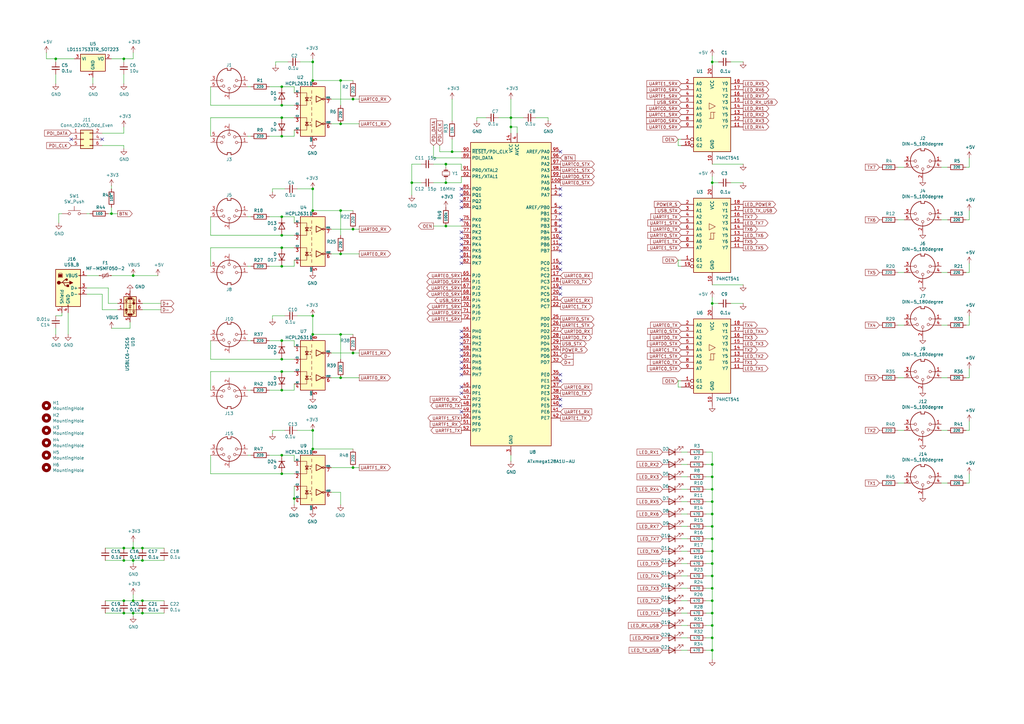
<source format=kicad_sch>
(kicad_sch (version 20231120) (generator "eeschema") (generator_version "8.0")
  (paper "A3")
  (junction (at 115.57 96.52))
  (junction (at 50.8 229.87))
  (junction (at 50.8 224.79))
  (junction (at 128.27 33.02))
  (junction (at 139.7 86.36))
  (junction (at 128.27 86.36))
  (junction (at 128.27 129.54))
  (junction (at 58.42 224.79))
  (junction (at 292.1 231.14))
  (junction (at 115.57 194.31))
  (junction (at 128.27 77.47))
  (junction (at 22.86 24.13))
  (junction (at 115.57 43.18))
  (junction (at 139.7 33.02))
  (junction (at 128.27 25.4))
  (junction (at 139.7 137.16))
  (junction (at 115.57 160.02))
  (junction (at 292.1 226.06))
  (junction (at 292.1 210.82))
  (junction (at 292.1 190.5))
  (junction (at 115.57 186.69))
  (junction (at 292.1 266.7))
  (junction (at 50.8 246.38))
  (junction (at 185.42 62.23))
  (junction (at 292.1 241.3))
  (junction (at 58.42 229.87))
  (junction (at 182.88 67.31))
  (junction (at 54.61 113.03))
  (junction (at 139.7 50.8))
  (junction (at 58.42 251.46))
  (junction (at 209.55 52.07))
  (junction (at 182.88 74.93))
  (junction (at 54.61 251.46))
  (junction (at 144.78 93.98))
  (junction (at 128.27 176.53))
  (junction (at 292.1 261.62))
  (junction (at 144.78 40.64))
  (junction (at 58.42 246.38))
  (junction (at 292.1 74.93))
  (junction (at 115.57 139.7))
  (junction (at 168.91 74.93))
  (junction (at 292.1 25.4))
  (junction (at 45.72 87.63))
  (junction (at 120.65 204.47))
  (junction (at 54.61 224.79))
  (junction (at 292.1 246.38))
  (junction (at 144.78 144.78))
  (junction (at 50.8 24.13))
  (junction (at 292.1 256.54))
  (junction (at 292.1 200.66))
  (junction (at 292.1 124.46))
  (junction (at 54.61 246.38))
  (junction (at 115.57 55.88))
  (junction (at 292.1 236.22))
  (junction (at 182.88 92.71))
  (junction (at 115.57 88.9))
  (junction (at 292.1 220.98))
  (junction (at 115.57 48.26))
  (junction (at 209.55 48.26))
  (junction (at 115.57 101.6))
  (junction (at 292.1 205.74))
  (junction (at 128.27 137.16))
  (junction (at 115.57 109.22))
  (junction (at 139.7 154.94))
  (junction (at 115.57 147.32))
  (junction (at 139.7 104.14))
  (junction (at 128.27 184.15))
  (junction (at 54.61 229.87))
  (junction (at 115.57 35.56))
  (junction (at 292.1 251.46))
  (junction (at 115.57 152.4))
  (junction (at 292.1 215.9))
  (junction (at 144.78 191.77))
  (junction (at 292.1 195.58))
  (junction (at 50.8 251.46))
  (no_connect (at 41.91 57.15))
  (no_connect (at 189.23 100.33))
  (no_connect (at 189.23 138.43))
  (no_connect (at 189.23 102.87))
  (no_connect (at 229.87 166.37))
  (no_connect (at 189.23 140.97))
  (no_connect (at 229.87 100.33))
  (no_connect (at 189.23 82.55))
  (no_connect (at 189.23 146.05))
  (no_connect (at 229.87 118.11))
  (no_connect (at 189.23 105.41))
  (no_connect (at 229.87 102.87))
  (no_connect (at 29.21 57.15))
  (no_connect (at 229.87 77.47))
  (no_connect (at 229.87 110.49))
  (no_connect (at 189.23 135.89))
  (no_connect (at 229.87 80.01))
  (no_connect (at 229.87 163.83))
  (no_connect (at 189.23 151.13))
  (no_connect (at 229.87 62.23))
  (no_connect (at 189.23 158.75))
  (no_connect (at 189.23 153.67))
  (no_connect (at 189.23 148.59))
  (no_connect (at 189.23 80.01))
  (no_connect (at 189.23 90.17))
  (no_connect (at 189.23 85.09))
  (no_connect (at 229.87 90.17))
  (no_connect (at 229.87 156.21))
  (no_connect (at 229.87 87.63))
  (no_connect (at 189.23 95.25))
  (no_connect (at 189.23 161.29))
  (no_connect (at 229.87 120.65))
  (no_connect (at 189.23 168.91))
  (no_connect (at 229.87 95.25))
  (no_connect (at 229.87 153.67))
  (no_connect (at 229.87 92.71))
  (no_connect (at 189.23 143.51))
  (no_connect (at 229.87 107.95))
  (no_connect (at 229.87 97.79))
  (no_connect (at 189.23 97.79))
  (no_connect (at 229.87 85.09))
  (no_connect (at 189.23 107.95))
  (no_connect (at 189.23 77.47))
  (wire (pts (xy 128.27 86.36) (xy 128.27 77.47)))
  (wire (pts (xy 370.84 176.53) (xy 368.3 176.53)))
  (wire (pts (xy 19.05 21.59) (xy 19.05 24.13)))
  (wire (pts (xy 209.55 52.07) (xy 209.55 54.61)))
  (wire (pts (xy 116.84 176.53) (xy 111.76 176.53)))
  (wire (pts (xy 58.42 224.79) (xy 67.31 224.79)))
  (wire (pts (xy 86.36 43.18) (xy 86.36 35.56)))
  (wire (pts (xy 54.61 243.84) (xy 54.61 246.38)))
  (wire (pts (xy 36.83 87.63) (xy 35.56 87.63)))
  (wire (pts (xy 212.09 52.07) (xy 209.55 52.07)))
  (wire (pts (xy 292.1 185.42) (xy 292.1 190.5)))
  (wire (pts (xy 102.87 186.69) (xy 101.6 186.69)))
  (wire (pts (xy 53.34 134.62) (xy 53.34 132.08)))
  (wire (pts (xy 279.4 241.3) (xy 281.94 241.3)))
  (wire (pts (xy 397.51 90.17) (xy 397.51 86.36)))
  (wire (pts (xy 120.65 101.6) (xy 115.57 101.6)))
  (wire (pts (xy 22.86 25.4) (xy 22.86 24.13)))
  (wire (pts (xy 144.78 93.98) (xy 135.89 93.98)))
  (wire (pts (xy 38.1 34.29) (xy 38.1 31.75)))
  (wire (pts (xy 292.1 74.93) (xy 292.1 76.2)))
  (wire (pts (xy 185.42 40.64) (xy 185.42 49.53)))
  (wire (pts (xy 64.77 113.03) (xy 54.61 113.03)))
  (wire (pts (xy 41.91 59.69) (xy 50.8 59.69)))
  (wire (pts (xy 110.49 160.02) (xy 115.57 160.02)))
  (wire (pts (xy 386.08 111.76) (xy 388.62 111.76)))
  (wire (pts (xy 135.89 104.14) (xy 139.7 104.14)))
  (wire (pts (xy 195.58 49.53) (xy 195.58 48.26)))
  (wire (pts (xy 115.57 43.18) (xy 86.36 43.18)))
  (wire (pts (xy 397.51 154.94) (xy 397.51 151.13)))
  (wire (pts (xy 24.13 87.63) (xy 24.13 91.44)))
  (wire (pts (xy 289.56 215.9) (xy 292.1 215.9)))
  (wire (pts (xy 120.65 152.4) (xy 115.57 152.4)))
  (wire (pts (xy 182.88 67.31) (xy 189.23 67.31)))
  (wire (pts (xy 54.61 229.87) (xy 58.42 229.87)))
  (wire (pts (xy 168.91 67.31) (xy 168.91 74.93)))
  (wire (pts (xy 214.63 48.26) (xy 209.55 48.26)))
  (wire (pts (xy 177.8 74.93) (xy 182.88 74.93)))
  (wire (pts (xy 147.32 191.77) (xy 144.78 191.77)))
  (wire (pts (xy 50.8 54.61) (xy 50.8 52.07)))
  (wire (pts (xy 139.7 86.36) (xy 139.7 96.52)))
  (wire (pts (xy 139.7 201.93) (xy 139.7 207.01)))
  (wire (pts (xy 292.1 25.4) (xy 292.1 26.67)))
  (wire (pts (xy 279.4 59.69) (xy 278.13 59.69)))
  (wire (pts (xy 120.65 109.22) (xy 115.57 109.22)))
  (wire (pts (xy 102.87 55.88) (xy 101.6 55.88)))
  (wire (pts (xy 116.84 77.47) (xy 111.76 77.47)))
  (wire (pts (xy 177.8 64.77) (xy 189.23 64.77)))
  (wire (pts (xy 118.11 25.4) (xy 113.03 25.4)))
  (wire (pts (xy 396.24 198.12) (xy 397.51 198.12)))
  (wire (pts (xy 279.4 266.7) (xy 281.94 266.7)))
  (wire (pts (xy 24.13 87.63) (xy 25.4 87.63)))
  (wire (pts (xy 45.72 87.63) (xy 48.26 87.63)))
  (wire (pts (xy 289.56 241.3) (xy 292.1 241.3)))
  (wire (pts (xy 294.64 124.46) (xy 292.1 124.46)))
  (wire (pts (xy 182.88 92.71) (xy 177.8 92.71)))
  (wire (pts (xy 168.91 74.93) (xy 168.91 80.01)))
  (wire (pts (xy 115.57 139.7) (xy 120.65 139.7)))
  (wire (pts (xy 27.94 128.27) (xy 27.94 137.16)))
  (wire (pts (xy 370.84 68.58) (xy 368.3 68.58)))
  (wire (pts (xy 147.32 104.14) (xy 139.7 104.14)))
  (wire (pts (xy 289.56 236.22) (xy 292.1 236.22)))
  (wire (pts (xy 289.56 185.42) (xy 292.1 185.42)))
  (wire (pts (xy 54.61 246.38) (xy 58.42 246.38)))
  (wire (pts (xy 128.27 184.15) (xy 144.78 184.15)))
  (wire (pts (xy 219.71 48.26) (xy 224.79 48.26)))
  (wire (pts (xy 113.03 25.4) (xy 113.03 26.67)))
  (wire (pts (xy 289.56 190.5) (xy 292.1 190.5)))
  (wire (pts (xy 182.88 74.93) (xy 189.23 74.93)))
  (wire (pts (xy 35.56 113.03) (xy 40.64 113.03)))
  (wire (pts (xy 279.4 205.74) (xy 281.94 205.74)))
  (wire (pts (xy 43.18 229.87) (xy 50.8 229.87)))
  (wire (pts (xy 120.65 96.52) (xy 115.57 96.52)))
  (wire (pts (xy 396.24 111.76) (xy 397.51 111.76)))
  (wire (pts (xy 120.65 106.68) (xy 120.65 109.22)))
  (wire (pts (xy 44.45 118.11) (xy 44.45 124.46)))
  (wire (pts (xy 292.1 190.5) (xy 292.1 195.58)))
  (wire (pts (xy 195.58 48.26) (xy 199.39 48.26)))
  (wire (pts (xy 110.49 35.56) (xy 115.57 35.56)))
  (wire (pts (xy 147.32 93.98) (xy 144.78 93.98)))
  (wire (pts (xy 25.4 128.27) (xy 25.4 129.54)))
  (wire (pts (xy 289.56 226.06) (xy 292.1 226.06)))
  (wire (pts (xy 396.24 133.35) (xy 397.51 133.35)))
  (wire (pts (xy 44.45 87.63) (xy 45.72 87.63)))
  (wire (pts (xy 144.78 40.64) (xy 135.89 40.64)))
  (wire (pts (xy 111.76 129.54) (xy 111.76 130.81)))
  (wire (pts (xy 22.86 24.13) (xy 30.48 24.13)))
  (wire (pts (xy 128.27 25.4) (xy 128.27 33.02)))
  (wire (pts (xy 110.49 88.9) (xy 115.57 88.9)))
  (wire (pts (xy 58.42 124.46) (xy 66.04 124.46)))
  (wire (pts (xy 386.08 133.35) (xy 388.62 133.35)))
  (wire (pts (xy 110.49 109.22) (xy 115.57 109.22)))
  (wire (pts (xy 177.8 67.31) (xy 182.88 67.31)))
  (wire (pts (xy 279.4 236.22) (xy 281.94 236.22)))
  (wire (pts (xy 54.61 24.13) (xy 54.61 21.59)))
  (wire (pts (xy 279.4 261.62) (xy 281.94 261.62)))
  (wire (pts (xy 279.4 190.5) (xy 281.94 190.5)))
  (wire (pts (xy 54.61 252.73) (xy 54.61 251.46)))
  (wire (pts (xy 289.56 220.98) (xy 292.1 220.98)))
  (wire (pts (xy 289.56 266.7) (xy 292.1 266.7)))
  (wire (pts (xy 128.27 24.13) (xy 128.27 25.4)))
  (wire (pts (xy 294.64 25.4) (xy 292.1 25.4)))
  (wire (pts (xy 50.8 224.79) (xy 54.61 224.79)))
  (wire (pts (xy 110.49 139.7) (xy 115.57 139.7)))
  (wire (pts (xy 209.55 40.64) (xy 209.55 48.26)))
  (wire (pts (xy 43.18 224.79) (xy 50.8 224.79)))
  (wire (pts (xy 279.4 246.38) (xy 281.94 246.38)))
  (wire (pts (xy 50.8 246.38) (xy 54.61 246.38)))
  (wire (pts (xy 292.1 220.98) (xy 292.1 226.06)))
  (wire (pts (xy 50.8 24.13) (xy 54.61 24.13)))
  (wire (pts (xy 289.56 231.14) (xy 292.1 231.14)))
  (wire (pts (xy 168.91 74.93) (xy 172.72 74.93)))
  (wire (pts (xy 144.78 144.78) (xy 135.89 144.78)))
  (wire (pts (xy 396.24 90.17) (xy 397.51 90.17)))
  (wire (pts (xy 279.4 256.54) (xy 281.94 256.54)))
  (wire (pts (xy 128.27 176.53) (xy 128.27 184.15)))
  (wire (pts (xy 224.79 48.26) (xy 224.79 49.53)))
  (wire (pts (xy 111.76 77.47) (xy 111.76 78.74)))
  (wire (pts (xy 144.78 33.02) (xy 139.7 33.02)))
  (wire (pts (xy 397.51 133.35) (xy 397.51 129.54)))
  (wire (pts (xy 292.1 116.84) (xy 304.8 116.84)))
  (wire (pts (xy 45.72 24.13) (xy 50.8 24.13)))
  (wire (pts (xy 279.4 231.14) (xy 281.94 231.14)))
  (wire (pts (xy 212.09 54.61) (xy 212.09 52.07)))
  (wire (pts (xy 102.87 109.22) (xy 101.6 109.22)))
  (wire (pts (xy 397.51 111.76) (xy 397.51 107.95)))
  (wire (pts (xy 45.72 76.2) (xy 45.72 77.47)))
  (wire (pts (xy 120.65 53.34) (xy 120.65 55.88)))
  (wire (pts (xy 86.36 194.31) (xy 86.36 186.69)))
  (wire (pts (xy 180.34 62.23) (xy 185.42 62.23)))
  (wire (pts (xy 292.1 215.9) (xy 292.1 220.98)))
  (wire (pts (xy 397.51 176.53) (xy 397.51 172.72)))
  (wire (pts (xy 115.57 96.52) (xy 86.36 96.52)))
  (wire (pts (xy 397.51 68.58) (xy 397.51 64.77)))
  (wire (pts (xy 182.88 68.58) (xy 182.88 67.31)))
  (wire (pts (xy 50.8 229.87) (xy 54.61 229.87)))
  (wire (pts (xy 50.8 59.69) (xy 50.8 60.96)))
  (wire (pts (xy 397.51 198.12) (xy 397.51 194.31)))
  (wire (pts (xy 289.56 200.66) (xy 292.1 200.66)))
  (wire (pts (xy 289.56 246.38) (xy 292.1 246.38)))
  (wire (pts (xy 120.65 199.39) (xy 120.65 204.47)))
  (wire (pts (xy 120.65 43.18) (xy 115.57 43.18)))
  (wire (pts (xy 58.42 127) (xy 66.04 127)))
  (wire (pts (xy 120.65 157.48) (xy 120.65 160.02)))
  (wire (pts (xy 102.87 139.7) (xy 101.6 139.7)))
  (wire (pts (xy 370.84 198.12) (xy 368.3 198.12)))
  (wire (pts (xy 121.92 176.53) (xy 128.27 176.53)))
  (wire (pts (xy 370.84 154.94) (xy 368.3 154.94)))
  (wire (pts (xy 128.27 137.16) (xy 139.7 137.16)))
  (wire (pts (xy 189.23 67.31) (xy 189.23 69.85)))
  (wire (pts (xy 292.1 22.86) (xy 292.1 25.4)))
  (wire (pts (xy 139.7 137.16) (xy 139.7 147.32)))
  (wire (pts (xy 115.57 101.6) (xy 86.36 101.6)))
  (wire (pts (xy 43.18 246.38) (xy 50.8 246.38)))
  (wire (pts (xy 121.92 77.47) (xy 128.27 77.47)))
  (wire (pts (xy 115.57 48.26) (xy 86.36 48.26)))
  (wire (pts (xy 292.1 236.22) (xy 292.1 241.3)))
  (wire (pts (xy 102.87 88.9) (xy 101.6 88.9)))
  (wire (pts (xy 110.49 186.69) (xy 115.57 186.69)))
  (wire (pts (xy 120.65 147.32) (xy 115.57 147.32)))
  (wire (pts (xy 279.4 109.22) (xy 278.13 109.22)))
  (wire (pts (xy 135.89 154.94) (xy 139.7 154.94)))
  (wire (pts (xy 147.32 154.94) (xy 139.7 154.94)))
  (wire (pts (xy 41.91 120.65) (xy 41.91 127)))
  (wire (pts (xy 120.65 88.9) (xy 120.65 91.44)))
  (wire (pts (xy 292.1 231.14) (xy 292.1 236.22)))
  (wire (pts (xy 35.56 120.65) (xy 41.91 120.65)))
  (wire (pts (xy 121.92 129.54) (xy 128.27 129.54)))
  (wire (pts (xy 189.23 92.71) (xy 182.88 92.71)))
  (wire (pts (xy 115.57 88.9) (xy 120.65 88.9)))
  (wire (pts (xy 110.49 55.88) (xy 115.57 55.88)))
  (wire (pts (xy 120.65 204.47) (xy 120.65 207.01)))
  (wire (pts (xy 54.61 231.14) (xy 54.61 229.87)))
  (wire (pts (xy 279.4 195.58) (xy 281.94 195.58)))
  (wire (pts (xy 144.78 191.77) (xy 135.89 191.77)))
  (wire (pts (xy 279.4 215.9) (xy 281.94 215.9)))
  (wire (pts (xy 299.72 124.46) (xy 304.8 124.46)))
  (wire (pts (xy 58.42 229.87) (xy 67.31 229.87)))
  (wire (pts (xy 279.4 57.15) (xy 278.13 57.15)))
  (wire (pts (xy 209.55 48.26) (xy 209.55 52.07)))
  (wire (pts (xy 144.78 137.16) (xy 139.7 137.16)))
  (wire (pts (xy 139.7 86.36) (xy 128.27 86.36)))
  (wire (pts (xy 182.88 73.66) (xy 182.88 74.93)))
  (wire (pts (xy 292.1 121.92) (xy 292.1 124.46)))
  (wire (pts (xy 292.1 266.7) (xy 292.1 270.51)))
  (wire (pts (xy 279.4 210.82) (xy 281.94 210.82)))
  (wire (pts (xy 209.55 186.69) (xy 209.55 189.23)))
  (wire (pts (xy 41.91 127) (xy 48.26 127)))
  (wire (pts (xy 86.36 101.6) (xy 86.36 109.22)))
  (wire (pts (xy 279.4 158.75) (xy 278.13 158.75)))
  (wire (pts (xy 50.8 34.29) (xy 50.8 30.48)))
  (wire (pts (xy 386.08 68.58) (xy 388.62 68.58)))
  (wire (pts (xy 120.65 139.7) (xy 120.65 142.24)))
  (wire (pts (xy 116.84 129.54) (xy 111.76 129.54)))
  (wire (pts (xy 396.24 154.94) (xy 397.51 154.94)))
  (wire (pts (xy 123.19 25.4) (xy 128.27 25.4)))
  (wire (pts (xy 292.1 226.06) (xy 292.1 231.14)))
  (wire (pts (xy 41.91 54.61) (xy 50.8 54.61)))
  (wire (pts (xy 279.4 106.68) (xy 278.13 106.68)))
  (wire (pts (xy 54.61 224.79) (xy 58.42 224.79)))
  (wire (pts (xy 50.8 25.4) (xy 50.8 24.13)))
  (wire (pts (xy 292.1 241.3) (xy 292.1 246.38)))
  (wire (pts (xy 278.13 57.15) (xy 278.13 59.69)))
  (wire (pts (xy 279.4 251.46) (xy 281.94 251.46)))
  (wire (pts (xy 289.56 256.54) (xy 292.1 256.54)))
  (wire (pts (xy 86.36 152.4) (xy 86.36 160.02)))
  (wire (pts (xy 128.27 129.54) (xy 128.27 137.16)))
  (wire (pts (xy 292.1 200.66) (xy 292.1 205.74)))
  (wire (pts (xy 370.84 90.17) (xy 368.3 90.17)))
  (wire (pts (xy 111.76 176.53) (xy 111.76 177.8)))
  (wire (pts (xy 292.1 124.46) (xy 292.1 125.73)))
  (wire (pts (xy 147.32 50.8) (xy 139.7 50.8)))
  (wire (pts (xy 50.8 251.46) (xy 54.61 251.46)))
  (wire (pts (xy 289.56 261.62) (xy 292.1 261.62)))
  (wire (pts (xy 144.78 86.36) (xy 139.7 86.36)))
  (wire (pts (xy 292.1 205.74) (xy 292.1 210.82)))
  (wire (pts (xy 139.7 33.02) (xy 139.7 43.18)))
  (wire (pts (xy 278.13 106.68) (xy 278.13 109.22)))
  (wire (pts (xy 115.57 152.4) (xy 86.36 152.4)))
  (wire (pts (xy 299.72 74.93) (xy 304.8 74.93)))
  (wire (pts (xy 115.57 147.32) (xy 86.36 147.32)))
  (wire (pts (xy 292.1 256.54) (xy 292.1 261.62)))
  (wire (pts (xy 120.65 35.56) (xy 120.65 38.1)))
  (wire (pts (xy 45.72 134.62) (xy 53.34 134.62)))
  (wire (pts (xy 168.91 67.31) (xy 172.72 67.31)))
  (wire (pts (xy 147.32 144.78) (xy 144.78 144.78)))
  (wire (pts (xy 135.89 201.93) (xy 139.7 201.93)))
  (wire (pts (xy 278.13 156.21) (xy 278.13 158.75)))
  (wire (pts (xy 54.61 222.25) (xy 54.61 224.79)))
  (wire (pts (xy 289.56 251.46) (xy 292.1 251.46)))
  (wire (pts (xy 120.65 48.26) (xy 115.57 48.26)))
  (wire (pts (xy 294.64 74.93) (xy 292.1 74.93)))
  (wire (pts (xy 279.4 156.21) (xy 278.13 156.21)))
  (wire (pts (xy 204.47 48.26) (xy 209.55 48.26)))
  (wire (pts (xy 299.72 25.4) (xy 304.8 25.4)))
  (wire (pts (xy 279.4 185.42) (xy 281.94 185.42)))
  (wire (pts (xy 147.32 40.64) (xy 144.78 40.64)))
  (wire (pts (xy 58.42 246.38) (xy 67.31 246.38)))
  (wire (pts (xy 386.08 198.12) (xy 388.62 198.12)))
  (wire (pts (xy 22.86 134.62) (xy 22.86 137.16)))
  (wire (pts (xy 135.89 50.8) (xy 139.7 50.8)))
  (wire (pts (xy 177.8 59.69) (xy 177.8 64.77)))
  (wire (pts (xy 189.23 74.93) (xy 189.23 72.39)))
  (wire (pts (xy 386.08 90.17) (xy 388.62 90.17)))
  (wire (pts (xy 115.57 186.69) (xy 120.65 186.69)))
  (wire (pts (xy 25.4 129.54) (xy 22.86 129.54)))
  (wire (pts (xy 58.42 251.46) (xy 67.31 251.46)))
  (wire (pts (xy 54.61 251.46) (xy 58.42 251.46)))
  (wire (pts (xy 120.65 186.69) (xy 120.65 189.23)))
  (wire (pts (xy 396.24 68.58) (xy 397.51 68.58)))
  (wire (pts (xy 292.1 195.58) (xy 292.1 200.66)))
  (wire (pts (xy 102.87 35.56) (xy 101.6 35.56)))
  (wire (pts (xy 289.56 205.74) (xy 292.1 205.74)))
  (wire (pts (xy 370.84 133.35) (xy 368.3 133.35)))
  (wire (pts (xy 120.65 160.02) (xy 115.57 160.02)))
  (wire (pts (xy 120.65 194.31) (xy 115.57 194.31)))
  (wire (pts (xy 86.36 96.52) (xy 86.36 88.9)))
  (wire (pts (xy 289.56 195.58) (xy 292.1 195.58)))
  (wire (pts (xy 292.1 251.46) (xy 292.1 256.54)))
  (wire (pts (xy 43.18 251.46) (xy 50.8 251.46)))
  (wire (pts (xy 279.4 226.06) (xy 281.94 226.06)))
  (wire (pts (xy 279.4 220.98) (xy 281.94 220.98)))
  (wire (pts (xy 45.72 85.09) (xy 45.72 87.63)))
  (wire (pts (xy 189.23 62.23) (xy 185.42 62.23)))
  (wire (pts (xy 115.57 35.56) (xy 120.65 35.56)))
  (wire (pts (xy 19.05 24.13) (xy 22.86 24.13)))
  (wire (pts (xy 102.87 160.02) (xy 101.6 160.02)))
  (wire (pts (xy 180.34 59.69) (xy 180.34 62.23)))
  (wire (pts (xy 86.36 147.32) (xy 86.36 139.7)))
  (wire (pts (xy 86.36 48.26) (xy 86.36 55.88)))
  (wire (pts (xy 292.1 210.82) (xy 292.1 215.9)))
  (wire (pts (xy 292.1 67.31) (xy 304.8 67.31)))
  (wire (pts (xy 386.08 154.94) (xy 388.62 154.94)))
  (wire (pts (xy 289.56 210.82) (xy 292.1 210.82)))
  (wire (pts (xy 185.42 57.15) (xy 185.42 62.23)))
  (wire (pts (xy 279.4 200.66) (xy 281.94 200.66)))
  (wire (pts (xy 44.45 124.46) (xy 48.26 124.46)))
  (wire (pts (xy 115.57 194.31) (xy 86.36 194.31)))
  (wire (pts (xy 292.1 261.62) (xy 292.1 266.7)))
  (wire (pts (xy 292.1 72.39) (xy 292.1 74.93)))
  (wire (pts (xy 35.56 118.11) (xy 44.45 118.11)))
  (wire (pts (xy 292.1 246.38) (xy 292.1 251.46)))
  (wire (pts (xy 370.84 111.76) (xy 368.3 111.76)))
  (wire (pts (xy 396.24 176.53) (xy 397.51 176.53)))
  (wire (pts (xy 22.86 30.48) (xy 22.86 34.29)))
  (wire (pts (xy 386.08 176.53) (xy 388.62 176.53)))
  (wire (pts (xy 45.72 113.03) (xy 54.61 113.03)))
  (wire (pts (xy 128.27 33.02) (xy 139.7 33.02)))
  (wire (pts (xy 120.65 55.88) (xy 115.57 55.88)))
  (global_label "UARTE1_RX" (shape input) (at 229.87 168.91 0) (property "Intersheetrefs" "${INTERSHEET_REFS}" (effects (hide yes))))
  (global_label "TX4" (shape input) (at 360.68 133.35 180) (property "Intersheetrefs" "${INTERSHEET_REFS}" (effects (hide yes))))
  (global_label "UARTF1_TX" (shape input) (at 279.4 88.9 180) (property "Intersheetrefs" "${INTERSHEET_REFS}" (effects (hide yes))))
  (global_label "LED_POWER" (shape input) (at 271.78 261.62 180) (property "Intersheetrefs" "${INTERSHEET_REFS}" (effects (hide yes))))
  (global_label "UARTC0_SRX" (shape input) (at 279.4 44.45 180) (property "Intersheetrefs" "${INTERSHEET_REFS}" (effects (hide yes))))
  (global_label "LED_TX2" (shape input) (at 271.78 246.38 180) (property "Intersheetrefs" "${INTERSHEET_REFS}" (effects (hide yes))))
  (global_label "UARTE1_TX" (shape input) (at 279.4 99.06 180) (property "Intersheetrefs" "${INTERSHEET_REFS}" (effects (hide yes))))
  (global_label "LED_TX1" (shape input) (at 271.78 251.46 180) (property "Intersheetrefs" "${INTERSHEET_REFS}" (effects (hide yes))))
  (global_label "UARTF1_STX" (shape input) (at 279.4 91.44 180) (property "Intersheetrefs" "${INTERSHEET_REFS}" (effects (hide yes))))
  (global_label "LED_RX5" (shape output) (at 304.8 34.29 0) (property "Intersheetrefs" "${INTERSHEET_REFS}" (effects (hide yes))))
  (global_label "UARTF0_RX" (shape input) (at 189.23 163.83 180) (property "Intersheetrefs" "${INTERSHEET_REFS}" (effects (hide yes))))
  (global_label "UARTE0_SRX" (shape output) (at 189.23 113.03 180) (property "Intersheetrefs" "${INTERSHEET_REFS}" (effects (hide yes))))
  (global_label "UARTC0_STX" (shape input) (at 279.4 151.13 180) (property "Intersheetrefs" "${INTERSHEET_REFS}" (effects (hide yes))))
  (global_label "D+" (shape input) (at 229.87 148.59 0) (property "Intersheetrefs" "${INTERSHEET_REFS}" (effects (hide yes))))
  (global_label "USB_STX" (shape output) (at 229.87 140.97 0) (property "Intersheetrefs" "${INTERSHEET_REFS}" (effects (hide yes))))
  (global_label "PDI_CLK" (shape input) (at 180.34 59.69 90) (property "Intersheetrefs" "${INTERSHEET_REFS}" (effects (hide yes))))
  (global_label "UARTF0_TX" (shape input) (at 279.4 93.98 180) (property "Intersheetrefs" "${INTERSHEET_REFS}" (effects (hide yes))))
  (global_label "UARTE1_SRX" (shape input) (at 279.4 34.29 180) (property "Intersheetrefs" "${INTERSHEET_REFS}" (effects (hide yes))))
  (global_label "PDI_CLK" (shape input) (at 29.21 59.69 180) (property "Intersheetrefs" "${INTERSHEET_REFS}" (effects (hide yes))))
  (global_label "UARTC1_RX" (shape output) (at 147.32 50.8 0) (property "Intersheetrefs" "${INTERSHEET_REFS}" (effects (hide yes))))
  (global_label "UARTC1_TX" (shape input) (at 279.4 143.51 180) (property "Intersheetrefs" "${INTERSHEET_REFS}" (effects (hide yes))))
  (global_label "UARTC0_RX" (shape output) (at 147.32 40.64 0) (property "Intersheetrefs" "${INTERSHEET_REFS}" (effects (hide yes))))
  (global_label "UARTF0_TX" (shape output) (at 189.23 166.37 180) (property "Intersheetrefs" "${INTERSHEET_REFS}" (effects (hide yes))))
  (global_label "TX6" (shape output) (at 304.8 93.98 0) (property "Intersheetrefs" "${INTERSHEET_REFS}" (effects (hide yes))))
  (global_label "OEN" (shape input) (at 278.13 57.15 180) (property "Intersheetrefs" "${INTERSHEET_REFS}" (effects (hide yes))))
  (global_label "UARTC0_SRX" (shape output) (at 189.23 120.65 180) (property "Intersheetrefs" "${INTERSHEET_REFS}" (effects (hide yes))))
  (global_label "UARTF1_TX" (shape output) (at 189.23 176.53 180) (property "Intersheetrefs" "${INTERSHEET_REFS}" (effects (hide yes))))
  (global_label "TX2" (shape input) (at 360.68 176.53 180) (property "Intersheetrefs" "${INTERSHEET_REFS}" (effects (hide yes))))
  (global_label "UARTE1_STX" (shape output) (at 229.87 133.35 0) (property "Intersheetrefs" "${INTERSHEET_REFS}" (effects (hide yes))))
  (global_label "TX4" (shape output) (at 304.8 133.35 0) (property "Intersheetrefs" "${INTERSHEET_REFS}" (effects (hide yes))))
  (global_label "UARTF0_STX" (shape input) (at 279.4 96.52 180) (property "Intersheetrefs" "${INTERSHEET_REFS}" (effects (hide yes))))
  (global_label "LED_RX4" (shape output) (at 304.8 52.07 0) (property "Intersheetrefs" "${INTERSHEET_REFS}" (effects (hide yes))))
  (global_label "UARTE0_RX" (shape output) (at 147.32 104.14 0) (property "Intersheetrefs" "${INTERSHEET_REFS}" (effects (hide yes))))
  (global_label "UARTC1_RX" (shape input) (at 229.87 123.19 0) (property "Intersheetrefs" "${INTERSHEET_REFS}" (effects (hide yes))))
  (global_label "UARTD0_SRX" (shape input) (at 279.4 49.53 180) (property "Intersheetrefs" "${INTERSHEET_REFS}" (effects (hide yes))))
  (global_label "UARTC0_TX" (shape input) (at 279.4 148.59 180) (property "Intersheetrefs" "${INTERSHEET_REFS}" (effects (hide yes))))
  (global_label "TX7" (shape output) (at 304.8 88.9 0) (property "Intersheetrefs" "${INTERSHEET_REFS}" (effects (hide yes))))
  (global_label "UARTF1_SRX" (shape output) (at 189.23 125.73 180) (property "Intersheetrefs" "${INTERSHEET_REFS}" (effects (hide yes))))
  (global_label "UARTE0_STX" (shape input) (at 279.4 135.89 180) (property "Intersheetrefs" "${INTERSHEET_REFS}" (effects (hide yes))))
  (global_label "LED_TX_USB" (shape output) (at 304.8 86.36 0) (property "Intersheetrefs" "${INTERSHEET_REFS}" (effects (hide yes))))
  (global_label "LED_RX6" (shape input) (at 271.78 210.82 180) (property "Intersheetrefs" "${INTERSHEET_REFS}" (effects (hide yes))))
  (global_label "TX2" (shape output) (at 304.8 143.51 0) (property "Intersheetrefs" "${INTERSHEET_REFS}" (effects (hide yes))))
  (global_label "UARTE0_STX" (shape output) (at 229.87 74.93 0) (property "Intersheetrefs" "${INTERSHEET_REFS}" (effects (hide yes))))
  (global_label "UARTC1_TX" (shape output) (at 229.87 125.73 0) (property "Intersheetrefs" "${INTERSHEET_REFS}" (effects (hide yes))))
  (global_label "LED_TX6" (shape input) (at 271.78 226.06 180) (property "Intersheetrefs" "${INTERSHEET_REFS}" (effects (hide yes))))
  (global_label "LED_TX7" (shape output) (at 304.8 91.44 0) (property "Intersheetrefs" "${INTERSHEET_REFS}" (effects (hide yes))))
  (global_label "TX7" (shape input) (at 360.68 68.58 180) (property "Intersheetrefs" "${INTERSHEET_REFS}" (effects (hide yes))))
  (global_label "UARTD0_RX" (shape output) (at 147.32 93.98 0) (property "Intersheetrefs" "${INTERSHEET_REFS}" (effects (hide yes))))
  (global_label "LED_RX2" (shape output) (at 304.8 46.99 0) (property "Intersheetrefs" "${INTERSHEET_REFS}" (effects (hide yes))))
  (global_label "UARTD0_TX" (shape output) (at 229.87 138.43 0) (property "Intersheetrefs" "${INTERSHEET_REFS}" (effects (hide yes))))
  (global_label "TX3" (shape input) (at 360.68 154.94 180) (property "Intersheetrefs" "${INTERSHEET_REFS}" (effects (hide yes))))
  (global_label "UARTD0_TX" (shape input) (at 279.4 138.43 180) (property "Intersheetrefs" "${INTERSHEET_REFS}" (effects (hide yes))))
  (global_label "UARTD0_STX" (shape input) (at 279.4 140.97 180) (property "Intersheetrefs" "${INTERSHEET_REFS}" (effects (hide yes))))
  (global_label "UARTE0_TX" (shape output) (at 229.87 161.29 0) (property "Intersheetrefs" "${INTERSHEET_REFS}" (effects (hide yes))))
  (global_label "UARTE0_SRX" (shape input) (at 279.4 52.07 180) (property "Intersheetrefs" "${INTERSHEET_REFS}" (effects (hide yes))))
  (global_label "LED_RX6" (shape output) (at 304.8 36.83 0) (property "Intersheetrefs" "${INTERSHEET_REFS}" (effects (hide yes))))
  (global_label "LED_RX2" (shape input) (at 271.78 190.5 180) (property "Intersheetrefs" "${INTERSHEET_REFS}" (effects (hide yes))))
  (global_label "POWER_S" (shape input) (at 279.4 83.82 180) (property "Intersheetrefs" "${INTERSHEET_REFS}" (effects (hide yes))))
  (global_label "LED_TX3" (shape output) (at 304.8 140.97 0) (property "Intersheetrefs" "${INTERSHEET_REFS}" (effects (hide yes))))
  (global_label "UARTC1_STX" (shape output) (at 229.87 69.85 0) (property "Intersheetrefs" "${INTERSHEET_REFS}" (effects (hide yes))))
  (global_label "UARTF0_STX" (shape output) (at 229.87 130.81 0) (property "Intersheetrefs" "${INTERSHEET_REFS}" (effects (hide yes))))
  (global_label "UARTE0_RX" (shape input) (at 229.87 158.75 0) (property "Intersheetrefs" "${INTERSHEET_REFS}" (effects (hide yes))))
  (global_label "UARTE1_STX" (shape input) (at 279.4 101.6 180) (property "Intersheetrefs" "${INTERSHEET_REFS}" (effects (hide yes))))
  (global_label "LED_TX5" (shape input) (at 271.78 231.14 180) (property "Intersheetrefs" "${INTERSHEET_REFS}" (effects (hide yes))))
  (global_label "UARTC1_SRX" (shape output) (at 189.23 118.11 180) (property "Intersheetrefs" "${INTERSHEET_REFS}" (effects (hide yes))))
  (global_label "LED_TX3" (shape input) (at 271.78 241.3 180) (property "Intersheetrefs" "${INTERSHEET_REFS}" (effects (hide yes))))
  (global_label "LED_TX5" (shape output) (at 304.8 101.6 0) (property "Intersheetrefs" "${INTERSHEET_REFS}" (effects (hide yes))))
  (global_label "UARTF0_RX" (shape output) (at 147.32 154.94 0) (property "Intersheetrefs" "${INTERSHEET_REFS}" (effects (hide yes))))
  (global_label "USB_STX" (shape input) (at 279.4 86.36 180) (property "Intersheetrefs" "${INTERSHEET_REFS}" (effects (hide yes))))
  (global_label "TX1" (shape input) (at 360.68 198.12 180) (property "Intersheetrefs" "${INTERSHEET_REFS}" (effects (hide yes))))
  (global_label "OEN" (shape output) (at 177.8 92.71 180) (property "Intersheetrefs" "${INTERSHEET_REFS}" (effects (hide yes))))
  (global_label "UARTE1_RX" (shape output) (at 147.32 144.78 0) (property "Intersheetrefs" "${INTERSHEET_REFS}" (effects (hide yes))))
  (global_label "LED_RX7" (shape input) (at 271.78 215.9 180) (property "Intersheetrefs" "${INTERSHEET_REFS}" (effects (hide yes))))
  (global_label "UARTC0_RX" (shape input) (at 229.87 113.03 0) (property "Intersheetrefs" "${INTERSHEET_REFS}" (effects (hide yes))))
  (global_label "UARTF1_RX" (shape output) (at 147.32 191.77 0) (property "Intersheetrefs" "${INTERSHEET_REFS}" (effects (hide yes))))
  (global_label "UARTD0_RX" (shape input) (at 229.87 135.89 0) (property "Intersheetrefs" "${INTERSHEET_REFS}" (effects (hide yes))))
  (global_label "USB_SRX" (shape input) (at 279.4 41.91 180) (property "Intersheetrefs" "${INTERSHEET_REFS}" (effects (hide yes))))
  (global_label "UARTC0_STX" (shape output) (at 229.87 67.31 0) (property "Intersheetrefs" "${INTERSHEET_REFS}" (effects (hide yes))))
  (global_label "UARTC1_STX" (shape input) (at 279.4 146.05 180) (property "Intersheetrefs" "${INTERSHEET_REFS}" (effects (hide yes))))
  (global_label "LED_TX_USB" (shape input) (at 271.78 266.7 180) (property "Intersheetrefs" "${INTERSHEET_REFS}" (effects (hide yes))))
  (global_label "LED_POWER" (shape output) (at 304.8 83.82 0) (property "Intersheetrefs" "${INTERSHEET_REFS}" (effects (hide yes))))
  (global_label "LED_RX1" (shape input) (at 271.78 185.42 180) (property "Intersheetrefs" "${INTERSHEET_REFS}" (effects (hide yes))))
  (global_label "UARTF0_SRX" (shape input) (at 279.4 36.83 180) (property "Intersheetrefs" "${INTERSHEET_REFS}" (effects (hide yes))))
  (global_label "LED_TX4" (shape output) (at 304.8 135.89 0) (property "Intersheetrefs" "${INTERSHEET_REFS}" (effects (hide yes))))
  (global_label "LED_RX3" (shape output) (at 304.8 49.53 0) (property "Intersheetrefs" "${INTERSHEET_REFS}" (effects (hide yes))))
  (global_label "D-" (shape output) (at 66.04 127 0) (property "Intersheetrefs" "${INTERSHEET_REFS}" (effects (hide yes))))
  (global_label "LED_RX5" (shape input) (at 271.78 205.74 180) (property "Intersheetrefs" "${INTERSHEET_REFS}" (effects (hide yes))))
  (global_label "TX3" (shape output) (at 304.8 138.43 0) (property "Intersheetrefs" "${INTERSHEET_REFS}" (effects (hide yes))))
  (global_label "TX5" (shape output) (at 304.8 99.06 0) (property "Intersheetrefs" "${INTERSHEET_REFS}" (effects (hide yes))))
  (global_label "LED_TX7" (shape input) (at 271.78 220.98 180) (property "Intersheetrefs" "${INTERSHEET_REFS}" (effects (hide yes))))
  (global_label "LED_TX2" (shape output) (at 304.8 146.05 0) (property "Intersheetrefs" "${INTERSHEET_REFS}" (effects (hide yes))))
  (global_label "LED_RX_USB" (shape input) (at 271.78 256.54 180) (property "Intersheetrefs" "${INTERSHEET_REFS}" (effects (hide yes))))
  (global_label "UARTD0_SRX" (shape output) (at 189.23 115.57 180) (property "Intersheetrefs" "${INTERSHEET_REFS}" (effects (hide yes))))
  (global_label "LED_TX6" (shape output) (at 304.8 96.52 0) (property "Intersheetrefs" "${INTERSHEET_REFS}" (effects (hide yes))))
  (global_label "OEN" (shape input) (at 278.13 106.68 180) (property "Intersheetrefs" "${INTERSHEET_REFS}" (effects (hide yes))))
  (global_label "UARTC1_SRX" (shape input) (at 279.4 46.99 180) (property "Intersheetrefs" "${INTERSHEET_REFS}" (effects (hide yes))))
  (global_label "UARTF1_STX" (shape output) (at 189.23 171.45 180) (property "Intersheetrefs" "${INTERSHEET_REFS}" (effects (hide yes))))
  (global_label "UARTE1_TX" (shape output) (at 229.87 171.45 0) (property "Intersheetrefs" "${INTERSHEET_REFS}" (effects (hide yes))))
  (global_label "TX6" (shape input) (at 360.68 90.17 180) (property "Intersheetrefs" "${INTERSHEET_REFS}" (effects (hide yes))))
  (global_label "BTN" (shape output) (at 48.26 87.63 0) (property "Intersheetrefs" "${INTERSHEET_REFS}" (effects (hide yes))))
  (global_label "USB_SRX" (shape output) (at 189.23 123.19 180) (property "Intersheetrefs" "${INTERSHEET_REFS}" (effects (hide yes))))
  (global_label "BTN" (shape input) (at 229.87 64.77 0) (property "Intersheetrefs" "${INTERSHEET_REFS}" (effects (hide yes))))
  (global_label "UARTD0_STX" (shape output) (at 229.87 72.39 0) (property "Intersheetrefs" "${INTERSHEET_REFS}" (effects (hide yes))))
  (global_label "LED_RX3" (shape input) (at 271.78 195.58 180) (property "Intersheetrefs" "${INTERSHEET_REFS}" (effects (hide yes))))
  (global_label "LED_RX_USB" (shape output) (at 304.8 41.91 0) (property "Intersheetrefs" "${INTERSHEET_REFS}" (effects (hide yes))))
  (global_label "LED_RX4" (shape input) (at 271.78 200.66 180) (property "Intersheetrefs" "${INTERSHEET_REFS}" (effects (hide yes))))
  (global_label "UARTF1_SRX" (shape input) (at 279.4 39.37 180) (property "Intersheetrefs" "${INTERSHEET_REFS}" (effects (hide yes))))
  (global_label "LED_TX1" (shape output) (at 304.8 151.13 0) (property "Intersheetrefs" "${INTERSHEET_REFS}" (effects (hide yes))))
  (global_label "D+" (shape output) (at 66.04 124.46 0) (property "Intersheetrefs" "${INTERSHEET_REFS}" (effects (hide yes))))
  (global_label "UARTF0_SRX" (shape output) (at 189.23 128.27 180) (property "Intersheetrefs" "${INTERSHEET_REFS}" (effects (hide yes))))
  (global_label "PDI_DATA" (shape input) (at 29.21 54.61 180) (property "Intersheetrefs" "${INTERSHEET_REFS}" (effects (hide yes))))
  (global_label "UARTF1_RX" (shape input) (at 189.23 173.99 180) (property "Intersheetrefs" "${INTERSHEET_REFS}" (effects (hide yes))))
  (global_label "UARTC0_TX" (shape output) (at 229.87 115.57 0) (property "Intersheetrefs" "${INTERSHEET_REFS}" (effects (hide yes))))
  (global_label "TX5" (shape input) (at 360.68 111.76 180) (property "Intersheetrefs" "${INTERSHEET_REFS}" (effects (hide yes))))
  (global_label "OEN" (shape input) (at 278.13 156.21 180) (property "Intersheetrefs" "${INTERSHEET_REFS}" (effects (hide yes))))
  (global_label "LED_RX7" (shape output) (at 304.8 39.37 0) (property "Intersheetrefs" "${INTERSHEET_REFS}" (effects (hide yes))))
  (global_label "POWER_S" (shape output) (at 229.87 143.51 0) (property "Intersheetrefs" "${INTERSHEET_REFS}" (effects (hide yes))))
  (global_label "LED_TX4" (shape input) (at 271.78 236.22 180) (property "Intersheetrefs" "${INTERSHEET_REFS}" (effects (hide yes))))
  (global_label "D-" (shape input) (at 229.87 146.05 0) (property "Intersheetrefs" "${INTERSHEET_REFS}" (effects (hide yes))))
  (global_label "UARTE0_TX" (shape input) (at 279.4 133.35 180) (property "Intersheetrefs" "${INTERSHEET_REFS}" (effects (hide yes))))
  (global_label "UARTE1_SRX" (shape output) (at 189.23 130.81 180) (property "Intersheetrefs" "${INTERSHEET_REFS}" (effects (hide yes))))
  (global_label "LED_RX1" (shape output) (at 304.8 44.45 0) (property "Intersheetrefs" "${INTERSHEET_REFS}" (effects (hide yes))))
  (global_label "TX1" (shape output) (at 304.8 148.59 0) (property "Intersheetrefs" "${INTERSHEET_REFS}" (effects (hide yes))))
  (global_label "PDI_DATA" (shape input) (at 177.8 59.69 90) (property "Intersheetrefs" "${INTERSHEET_REFS}" (effects (hide yes))))
  (symbol (lib_id "Isolator:HCPL-2631") (at 128.27 45.72 0) (unit 1)
    (property "Reference" "U2" (at 123.19 31.75 0))
    (property "Value" "HCPL2631" (at 121.92 34.29 0))
    (property "Footprint" "Package_DIP:DIP-8_W7.62mm" (effects (hide yes)))
    (property "Datasheet" "http://www.onsemi.com/pub/Collateral/HCPL2731-D.pdf" (effects (hide yes)))
  )
  (symbol (lib_id "Device:C_Small") (at 175.26 67.31 90) (unit 1)
    (property "Reference" "C11" (at 173.99 64.77 90) (effects (justify left)))
    (property "Value" "15p" (at 179.07 64.77 90) (effects (justify left)))
    (property "Footprint" "Capacitor_SMD:C_0805_2012Metric" (effects (hide yes)))
  )
  (symbol (lib_id "Device:C_Small") (at 175.26 74.93 90) (unit 1)
    (property "Reference" "C12" (at 173.99 77.47 90) (effects (justify left)))
    (property "Value" "15p" (at 179.07 77.47 90) (effects (justify left)))
    (property "Footprint" "Capacitor_SMD:C_0805_2012Metric" (effects (hide yes)))
  )
  (symbol (lib_id "Device:R") (at 185.42 53.34 0) (unit 1)
    (property "Reference" "R33" (at 182.88 54.61 90) (effects (justify left)))
    (property "Value" "10k" (at 185.42 53.34 90) (effects (font (size 0.9906 0.9906))))
    (property "Footprint" "Resistor_SMD:R_0805_2012Metric" (effects (hide yes)))
  )
  (symbol (lib_id "Device:C_Small") (at 217.17 48.26 90) (unit 1)
    (property "Reference" "C8" (at 219.71 45.72 90) (effects (justify left)))
    (property "Value" "0.1u" (at 219.71 50.8 90) (effects (justify left)))
    (property "Footprint" "Capacitor_SMD:C_0805_2012Metric" (effects (hide yes)))
  )
  (symbol (lib_id "Device:C_Small") (at 201.93 48.26 90) (unit 1)
    (property "Reference" "C7" (at 204.47 45.72 90) (effects (justify left)))
    (property "Value" "0.1u" (at 204.47 50.8 90) (effects (justify left)))
    (property "Footprint" "Capacitor_SMD:C_0805_2012Metric" (effects (hide yes)))
  )
  (symbol (lib_id "MCU_Microchip_ATmega:ATxmega128A1U-A") (at 209.55 120.65 0) (unit 1)
    (property "Reference" "U8" (at 218.44 185.42 0))
    (property "Value" "ATxmega128A1U-AU" (at 226.06 189.23 0))
    (property "Footprint" "Package_QFP:TQFP-100_14x14mm_P0.5mm" (effects (hide yes)))
    (property "Datasheet" "http://ww1.microchip.com/downloads/en/DeviceDoc/Atmel-8385-8-and-16-bit-AVR-Microcontroller-ATxmega64A1U-ATxmega128A1U_datasheet.pdf" (effects (hide yes)))
    (property "Description" "32MHz, 128kB Flash, 8kB Boot, 8kB SRAM, 2kB EEPROM, JTAG, USB, TQFP-100" (effects (hide yes)))
  )
  (symbol (lib_id "power:+3.3V") (at 209.55 40.64 0) (unit 1)
    (property "Reference" "#PWR021" (effects (hide yes)))
    (property "Value" "+3V3" (at 209.931 36.2458 0))
    (property "Description" "Power symbol creates a global label with name \"+3.3V\"" (effects (hide yes)))
  )
  (symbol (lib_id "power:+3.3V") (at 185.42 40.64 0) (unit 1)
    (property "Reference" "#PWR020" (effects (hide yes)))
    (property "Value" "+3V3" (at 185.801 36.2458 0))
    (property "Description" "Power symbol creates a global label with name \"+3.3V\"" (effects (hide yes)))
  )
  (symbol (lib_id "power:GND") (at 168.91 80.01 0) (unit 1)
    (property "Reference" "#PWR039" (effects (hide yes)))
    (property "Value" "GND" (at 169.037 84.4042 0))
    (property "Description" "Power symbol creates a global label with name \"GND\" , ground" (effects (hide yes)))
  )
  (symbol (lib_id "power:GND") (at 195.58 49.53 0) (unit 1)
    (property "Reference" "#PWR028" (effects (hide yes)))
    (property "Value" "GND" (at 195.707 53.9242 0))
    (property "Description" "Power symbol creates a global label with name \"GND\" , ground" (effects (hide yes)))
  )
  (symbol (lib_id "power:GND") (at 224.79 49.53 0) (unit 1)
    (property "Reference" "#PWR029" (effects (hide yes)))
    (property "Value" "GND" (at 224.917 53.9242 0))
    (property "Description" "Power symbol creates a global label with name \"GND\" , ground" (effects (hide yes)))
  )
  (symbol (lib_id "power:+3.3V") (at 128.27 24.13 0) (mirror y) (unit 1)
    (property "Reference" "#PWR03" (effects (hide yes)))
    (property "Value" "+3V3" (at 127.889 19.7358 0))
    (property "Description" "Power symbol creates a global label with name \"+3.3V\"" (effects (hide yes)))
  )
  (symbol (lib_id "Device:C_Small") (at 120.65 25.4 270) (mirror x) (unit 1)
    (property "Reference" "C2" (at 119.38 22.86 90) (effects (justify left)))
    (property "Value" "0.1u" (at 118.11 27.94 90) (effects (justify left)))
    (property "Footprint" "Capacitor_SMD:C_0805_2012Metric" (effects (hide yes)))
  )
  (symbol (lib_id "power:GND") (at 113.03 26.67 0) (mirror y) (unit 1)
    (property "Reference" "#PWR04" (effects (hide yes)))
    (property "Value" "GND" (effects (hide yes)))
    (property "Description" "Power symbol creates a global label with name \"GND\" , ground" (effects (hide yes)))
  )
  (symbol (lib_id "power:GND") (at 128.27 58.42 0) (mirror y) (unit 1)
    (property "Reference" "#PWR07" (effects (hide yes)))
    (property "Value" "GND" (at 128.143 62.8142 0))
    (property "Description" "Power symbol creates a global label with name \"GND\" , ground" (effects (hide yes)))
  )
  (symbol (lib_id "Device:R") (at 144.78 36.83 0) (mirror y) (unit 1)
    (property "Reference" "R2" (at 143.002 35.6616 0) (effects (justify left)))
    (property "Value" "220" (at 144.78 36.83 90) (effects (font (size 0.9906 0.9906))))
    (property "Footprint" "Resistor_SMD:R_0805_2012Metric" (effects (hide yes)))
  )
  (symbol (lib_id "Device:R") (at 139.7 46.99 0) (mirror y) (unit 1)
    (property "Reference" "R6" (at 137.922 45.8216 0) (effects (justify left)))
    (property "Value" "220" (at 139.7 46.99 90) (effects (font (size 0.9906 0.9906))))
    (property "Footprint" "Resistor_SMD:R_0805_2012Metric" (effects (hide yes)))
  )
  (symbol (lib_id "Device:D") (at 115.57 39.37 90) (mirror x) (unit 1)
    (property "Reference" "D1" (at 113.538 38.2016 90) (effects (justify left)))
    (property "Value" "D" (at 113.538 40.513 90) (effects (justify left)))
    (property "Footprint" "Diode_SMD:D_SOD-323_HandSoldering" (effects (hide yes)))
  )
  (symbol (lib_id "Device:D") (at 115.57 52.07 90) (unit 1)
    (property "Reference" "D4" (at 113.538 53.2384 90) (effects (justify left)))
    (property "Value" "D" (at 113.538 50.927 90) (effects (justify left)))
    (property "Footprint" "Diode_SMD:D_SOD-323_HandSoldering" (effects (hide yes)))
  )
  (symbol (lib_id "power:GND") (at 209.55 189.23 0) (unit 1)
    (property "Reference" "#PWR060" (effects (hide yes)))
    (property "Value" "GND" (at 209.677 193.6242 0))
    (property "Description" "Power symbol creates a global label with name \"GND\" , ground" (effects (hide yes)))
  )
  (symbol (lib_id "Device:R") (at 106.68 35.56 90) (mirror x) (unit 1)
    (property "Reference" "R1" (at 107.95 33.02 90) (effects (justify left)))
    (property "Value" "220" (at 106.68 35.56 90) (effects (font (size 0.9906 0.9906))))
    (property "Footprint" "Resistor_SMD:R_0805_2012Metric" (effects (hide yes)))
  )
  (symbol (lib_id "Device:R") (at 106.68 55.88 90) (mirror x) (unit 1)
    (property "Reference" "R9" (at 107.95 53.34 90) (effects (justify left)))
    (property "Value" "220" (at 106.68 55.88 90) (effects (font (size 0.9906 0.9906))))
    (property "Footprint" "Resistor_SMD:R_0805_2012Metric" (effects (hide yes)))
  )
  (symbol (lib_id "Regulator_Linear:LD1117S33TR_SOT223") (at 38.1 24.13 0) (unit 1)
    (property "Reference" "U5" (at 38.1 17.9832 0))
    (property "Value" "LD1117S33TR_SOT223" (at 38.1 20.2946 0))
    (property "Footprint" "Package_TO_SOT_SMD:SOT-223-3_TabPin2" (effects (hide yes)))
    (property "Datasheet" "http://www.st.com/st-web-ui/static/active/en/resource/technical/document/datasheet/CD00000544.pdf" (effects (hide yes)))
  )
  (symbol (lib_id "Device:C_Small") (at 22.86 27.94 0) (unit 1)
    (property "Reference" "C5" (at 25.1968 26.7716 0) (effects (justify left)))
    (property "Value" "0.1u" (at 25.1968 29.083 0) (effects (justify left)))
    (property "Footprint" "Capacitor_SMD:C_0805_2012Metric" (effects (hide yes)))
  )
  (symbol (lib_id "Device:C_Small") (at 50.8 27.94 0) (unit 1)
    (property "Reference" "C6" (at 53.1368 26.7716 0) (effects (justify left)))
    (property "Value" "10u" (at 53.1368 29.083 0) (effects (justify left)))
    (property "Footprint" "Capacitor_SMD:C_0805_2012Metric" (effects (hide yes)))
  )
  (symbol (lib_id "power:+5V") (at 19.05 21.59 0) (unit 1)
    (property "Reference" "#PWR017" (effects (hide yes)))
    (property "Value" "+5V" (at 19.431 17.1958 0))
    (property "Description" "Power symbol creates a global label with name \"+5V\"" (effects (hide yes)))
  )
  (symbol (lib_id "power:+3.3V") (at 54.61 21.59 0) (unit 1)
    (property "Reference" "#PWR018" (effects (hide yes)))
    (property "Value" "+3V3" (at 54.991 17.1958 0))
    (property "Description" "Power symbol creates a global label with name \"+3.3V\"" (effects (hide yes)))
  )
  (symbol (lib_id "power:GND") (at 38.1 34.29 0) (unit 1)
    (property "Reference" "#PWR026" (effects (hide yes)))
    (property "Value" "GND" (at 38.227 38.6842 0))
    (property "Description" "Power symbol creates a global label with name \"GND\" , ground" (effects (hide yes)))
  )
  (symbol (lib_id "power:GND") (at 50.8 34.29 0) (unit 1)
    (property "Reference" "#PWR027" (effects (hide yes)))
    (property "Value" "GND" (at 50.927 38.6842 0))
    (property "Description" "Power symbol creates a global label with name \"GND\" , ground" (effects (hide yes)))
  )
  (symbol (lib_id "power:GND") (at 22.86 34.29 0) (unit 1)
    (property "Reference" "#PWR025" (effects (hide yes)))
    (property "Value" "GND" (at 22.987 38.6842 0))
    (property "Description" "Power symbol creates a global label with name \"GND\" , ground" (effects (hide yes)))
  )
  (symbol (lib_id "Connector:USB_B") (at 27.94 118.11 0) (unit 1)
    (property "Reference" "J16" (at 29.3878 106.2482 0))
    (property "Value" "USB_B" (at 29.3878 108.5596 0))
    (property "Footprint" "Connector_USB:USB_B_OST_USB-B1HSxx_Horizontal" (effects (hide yes)))
    (property "Datasheet" " ~" (effects (hide yes)))
  )
  (symbol (lib_id "Device:Polyfuse_Small") (at 43.18 113.03 270) (unit 1)
    (property "Reference" "F1" (at 43.18 107.823 90))
    (property "Value" "MF-MSMF050-2" (at 43.18 110.1344 90))
    (property "Footprint" "Fuse:Fuse_1812_4532Metric_Castellated" (effects (hide yes)))
  )
  (symbol (lib_id "Power_Protection:USBLC6-2SC6") (at 53.34 127 0) (mirror x) (unit 1)
    (property "Reference" "U10" (at 54.5084 138.2776 90) (effects (justify left)))
    (property "Value" "USBLC6-2SC6" (at 52.197 138.2776 90) (effects (justify left)))
    (property "Footprint" "Package_TO_SOT_SMD:SOT-23-6" (effects (hide yes)))
    (property "Datasheet" "https://www.st.com/resource/en/datasheet/usblc6-2.pdf" (effects (hide yes)))
    (property "Description" "Very low capacitance ESD protection diode, 2 data-line, SOT-23-6" (effects (hide yes)))
  )
  (symbol (lib_id "power:VBUS") (at 54.61 113.03 0) (unit 1)
    (property "Reference" "#PWR050" (effects (hide yes)))
    (property "Value" "VBUS" (at 54.991 108.6358 0))
    (property "Description" "Power symbol creates a global label with name \"VBUS\"" (effects (hide yes)))
  )
  (symbol (lib_id "power:VBUS") (at 45.72 134.62 0) (unit 1)
    (property "Reference" "#PWR054" (effects (hide yes)))
    (property "Value" "VBUS" (at 46.101 130.2258 0))
    (property "Description" "Power symbol creates a global label with name \"VBUS\"" (effects (hide yes)))
  )
  (symbol (lib_id "power:GND") (at 53.34 119.38 180) (unit 1)
    (property "Reference" "#PWR055" (effects (hide yes)))
    (property "Value" "GND" (at 57.404 117.602 0))
    (property "Description" "Power symbol creates a global label with name \"GND\" , ground" (effects (hide yes)))
  )
  (symbol (lib_id "power:GND") (at 27.94 137.16 0) (unit 1)
    (property "Reference" "#PWR057" (effects (hide yes)))
    (property "Value" "GND" (at 28.067 141.5542 0))
    (property "Description" "Power symbol creates a global label with name \"GND\" , ground" (effects (hide yes)))
  )
  (symbol (lib_id "power:+5V") (at 64.77 113.03 0) (unit 1)
    (property "Reference" "#PWR051" (effects (hide yes)))
    (property "Value" "+5V" (at 65.151 108.6358 0))
    (property "Description" "Power symbol creates a global label with name \"+5V\"" (effects (hide yes)))
  )
  (symbol (lib_id "Connector:DIN-5_180degree") (at 93.98 33.02 180) (unit 1)
    (property "Reference" "J1" (at 93.98 26.67 0))
    (property "Value" "DIN-5_180degree" (effects (hide yes)))
    (property "Footprint" "lib:DIN5MIDI-OOTDTY" (effects (hide yes)))
    (property "Datasheet" "http://www.mouser.com/ds/2/18/40_c091_abd_e-75918.pdf" (effects (hide yes)))
  )
  (symbol (lib_id "Connector:DIN-5_180degree") (at 93.98 58.42 0) (mirror y) (unit 1)
    (property "Reference" "J3" (at 93.98 65.405 0))
    (property "Value" "DIN-5_180degree" (effects (hide yes)))
    (property "Footprint" "lib:DIN5MIDI-OOTDTY" (effects (hide yes)))
    (property "Datasheet" "http://www.mouser.com/ds/2/18/40_c091_abd_e-75918.pdf" (effects (hide yes)))
  )
  (symbol (lib_id "Connector:DIN-5_180degree") (at 378.46 66.04 180) (unit 1)
    (property "Reference" "J2" (at 378.46 56.7182 0))
    (property "Value" "DIN-5_180degree" (at 378.46 59.0296 0))
    (property "Footprint" "lib:DIN5MIDI-OOTDTY" (effects (hide yes)))
    (property "Datasheet" "http://www.mouser.com/ds/2/18/40_c091_abd_e-75918.pdf" (effects (hide yes)))
  )
  (symbol (lib_id "Connector:DIN-5_180degree") (at 378.46 87.63 180) (unit 1)
    (property "Reference" "J4" (at 378.46 78.3082 0))
    (property "Value" "DIN-5_180degree" (at 378.46 80.6196 0))
    (property "Footprint" "lib:DIN5MIDI-OOTDTY" (effects (hide yes)))
    (property "Datasheet" "http://www.mouser.com/ds/2/18/40_c091_abd_e-75918.pdf" (effects (hide yes)))
  )
  (symbol (lib_id "Device:R") (at 392.43 68.58 270) (unit 1)
    (property "Reference" "R5" (at 391.16 66.04 90) (effects (justify left)))
    (property "Value" "220" (at 392.43 68.58 90) (effects (font (size 0.9906 0.9906))))
    (property "Footprint" "Resistor_SMD:R_0805_2012Metric" (effects (hide yes)))
  )
  (symbol (lib_id "Device:R") (at 392.43 90.17 270) (unit 1)
    (property "Reference" "R13" (at 391.16 87.63 90) (effects (justify left)))
    (property "Value" "220" (at 392.43 90.17 90) (effects (font (size 0.9906 0.9906))))
    (property "Footprint" "Resistor_SMD:R_0805_2012Metric" (effects (hide yes)))
  )
  (symbol (lib_id "power:+5V") (at 397.51 64.77 0) (unit 1)
    (property "Reference" "#PWR05" (effects (hide yes)))
    (property "Value" "+5V" (at 397.891 60.3758 0))
    (property "Description" "Power symbol creates a global label with name \"+5V\"" (effects (hide yes)))
  )
  (symbol (lib_id "power:+5V") (at 397.51 86.36 0) (unit 1)
    (property "Reference" "#PWR09" (effects (hide yes)))
    (property "Value" "+5V" (at 397.891 81.9658 0))
    (property "Description" "Power symbol creates a global label with name \"+5V\"" (effects (hide yes)))
  )
  (symbol (lib_id "power:GND") (at 378.46 95.25 0) (unit 1)
    (property "Reference" "#PWR012" (effects (hide yes)))
    (property "Value" "GND" (effects (hide yes)))
    (property "Description" "Power symbol creates a global label with name \"GND\" , ground" (effects (hide yes)))
  )
  (symbol (lib_id "power:GND") (at 378.46 73.66 0) (unit 1)
    (property "Reference" "#PWR06" (effects (hide yes)))
    (property "Value" "GND" (effects (hide yes)))
    (property "Description" "Power symbol creates a global label with name \"GND\" , ground" (effects (hide yes)))
  )
  (symbol (lib_id "Device:R") (at 364.49 68.58 270) (unit 1)
    (property "Reference" "R4" (at 363.22 66.04 90) (effects (justify left)))
    (property "Value" "220" (at 364.49 68.58 90) (effects (font (size 0.9906 0.9906))))
    (property "Footprint" "Resistor_SMD:R_0805_2012Metric" (effects (hide yes)))
  )
  (symbol (lib_id "Device:R") (at 364.49 90.17 270) (unit 1)
    (property "Reference" "R12" (at 363.22 87.63 90) (effects (justify left)))
    (property "Value" "220" (at 364.49 90.17 90) (effects (font (size 0.9906 0.9906))))
    (property "Footprint" "Resistor_SMD:R_0805_2012Metric" (effects (hide yes)))
  )
  (symbol (lib_id "Device:C_Small") (at 22.86 132.08 180) (unit 1)
    (property "Reference" "C14" (at 20.5232 133.2484 0) (effects (justify left)))
    (property "Value" "0.01u" (at 20.5232 130.937 0) (effects (justify left)))
    (property "Footprint" "Capacitor_SMD:C_0805_2012Metric" (effects (hide yes)))
  )
  (symbol (lib_id "power:GND") (at 22.86 137.16 0) (unit 1)
    (property "Reference" "#PWR056" (effects (hide yes)))
    (property "Value" "GND" (at 22.987 141.5542 0))
    (property "Description" "Power symbol creates a global label with name \"GND\" , ground" (effects (hide yes)))
  )
  (symbol (lib_id "Device:C_Small") (at 43.18 227.33 0) (unit 1)
    (property "Reference" "C15" (at 45.5168 226.1616 0) (effects (justify left)))
    (property "Value" "0.1u" (at 45.5168 228.473 0) (effects (justify left)))
    (property "Footprint" "Capacitor_SMD:C_0805_2012Metric" (effects (hide yes)))
  )
  (symbol (lib_id "Device:C_Small") (at 50.8 227.33 0) (unit 1)
    (property "Reference" "C16" (at 53.1368 226.1616 0) (effects (justify left)))
    (property "Value" "0.1u" (at 53.1368 228.473 0) (effects (justify left)))
    (property "Footprint" "Capacitor_SMD:C_0805_2012Metric" (effects (hide yes)))
  )
  (symbol (lib_id "Device:C_Small") (at 58.42 227.33 0) (unit 1)
    (property "Reference" "C17" (at 60.7568 226.1616 0) (effects (justify left)))
    (property "Value" "0.1u" (at 60.7568 228.473 0) (effects (justify left)))
    (property "Footprint" "Capacitor_SMD:C_0805_2012Metric" (effects (hide yes)))
  )
  (symbol (lib_id "Device:C_Small") (at 67.31 227.33 0) (unit 1)
    (property "Reference" "C18" (at 69.6468 226.1616 0) (effects (justify left)))
    (property "Value" "0.1u" (at 69.6468 228.473 0) (effects (justify left)))
    (property "Footprint" "Capacitor_SMD:C_0805_2012Metric" (effects (hide yes)))
  )
  (symbol (lib_id "power:+3.3V") (at 54.61 222.25 0) (unit 1)
    (property "Reference" "#PWR058" (effects (hide yes)))
    (property "Value" "+3V3" (at 54.991 217.8558 0))
    (property "Description" "Power symbol creates a global label with name \"+3.3V\"" (effects (hide yes)))
  )
  (symbol (lib_id "power:GND") (at 54.61 231.14 0) (unit 1)
    (property "Reference" "#PWR059" (effects (hide yes)))
    (property "Value" "GND" (at 54.737 235.5342 0))
    (property "Description" "Power symbol creates a global label with name \"GND\" , ground" (effects (hide yes)))
  )
  (symbol (lib_id "Device:C_Small") (at 43.18 248.92 0) (unit 1)
    (property "Reference" "C19" (at 45.5168 247.7516 0) (effects (justify left)))
    (property "Value" "0.1u" (at 45.5168 250.063 0) (effects (justify left)))
    (property "Footprint" "Capacitor_SMD:C_0805_2012Metric" (effects (hide yes)))
  )
  (symbol (lib_id "Device:C_Small") (at 50.8 248.92 0) (unit 1)
    (property "Reference" "C20" (at 53.1368 247.7516 0) (effects (justify left)))
    (property "Value" "0.1u" (at 53.1368 250.063 0) (effects (justify left)))
    (property "Footprint" "Capacitor_SMD:C_0805_2012Metric" (effects (hide yes)))
  )
  (symbol (lib_id "Device:C_Small") (at 58.42 248.92 0) (unit 1)
    (property "Reference" "C21" (at 60.7568 247.7516 0) (effects (justify left)))
    (property "Value" "0.1u" (at 60.7568 250.063 0) (effects (justify left)))
    (property "Footprint" "Capacitor_SMD:C_0805_2012Metric" (effects (hide yes)))
  )
  (symbol (lib_id "Device:C_Small") (at 67.31 248.92 0) (unit 1)
    (property "Reference" "C22" (at 69.6468 247.7516 0) (effects (justify left)))
    (property "Value" "0.1u" (at 69.6468 250.063 0) (effects (justify left)))
    (property "Footprint" "Capacitor_SMD:C_0805_2012Metric" (effects (hide yes)))
  )
  (symbol (lib_id "power:+3.3V") (at 54.61 243.84 0) (unit 1)
    (property "Reference" "#PWR061" (effects (hide yes)))
    (property "Value" "+3V3" (at 54.991 239.4458 0))
    (property "Description" "Power symbol creates a global label with name \"+3.3V\"" (effects (hide yes)))
  )
  (symbol (lib_id "power:GND") (at 54.61 252.73 0) (unit 1)
    (property "Reference" "#PWR062" (effects (hide yes)))
    (property "Value" "GND" (at 54.737 257.1242 0))
    (property "Description" "Power symbol creates a global label with name \"GND\" , ground" (effects (hide yes)))
  )
  (symbol (lib_id "Connector_Generic:Conn_02x03_Odd_Even") (at 34.29 57.15 0) (unit 1)
    (property "Reference" "J11" (at 35.56 49.0982 0))
    (property "Value" "Conn_02x03_Odd_Even" (at 35.56 51.4096 0))
    (property "Footprint" "Connector_IDC:IDC-Header_2x03_P2.54mm_Vertical" (effects (hide yes)))
  )
  (symbol (lib_id "power:+3.3V") (at 50.8 52.07 0) (unit 1)
    (property "Reference" "#PWR036" (effects (hide yes)))
    (property "Value" "+3V3" (at 51.181 47.6758 0))
    (property "Description" "Power symbol creates a global label with name \"+3.3V\"" (effects (hide yes)))
  )
  (symbol (lib_id "power:GND") (at 50.8 60.96 0) (unit 1)
    (property "Reference" "#PWR038" (effects (hide yes)))
    (property "Value" "GND" (at 50.927 65.3542 0))
    (property "Description" "Power symbol creates a global label with name \"GND\" , ground" (effects (hide yes)))
  )
  (symbol (lib_id "Mechanical:MountingHole") (at 19.05 181.61 0) (unit 1)
    (property "Reference" "H4" (at 21.59 180.4416 0) (effects (justify left)))
    (property "Value" "MountingHole" (at 21.59 182.753 0) (effects (justify left)))
    (property "Footprint" "MountingHole:MountingHole_3.2mm_M3" (effects (hide yes)))
  )
  (symbol (lib_id "Mechanical:MountingHole") (at 19.05 176.53 0) (unit 1)
    (property "Reference" "H3" (at 21.59 175.3616 0) (effects (justify left)))
    (property "Value" "MountingHole" (at 21.59 177.673 0) (effects (justify left)))
    (property "Footprint" "MountingHole:MountingHole_3.2mm_M3" (effects (hide yes)))
  )
  (symbol (lib_id "Mechanical:MountingHole") (at 19.05 171.45 0) (unit 1)
    (property "Reference" "H2" (at 21.59 170.2816 0) (effects (justify left)))
    (property "Value" "MountingHole" (at 21.59 172.593 0) (effects (justify left)))
    (property "Footprint" "MountingHole:MountingHole_3.2mm_M3" (effects (hide yes)))
  )
  (symbol (lib_id "Mechanical:MountingHole") (at 19.05 166.37 0) (unit 1)
    (property "Reference" "H1" (at 21.59 165.2016 0) (effects (justify left)))
    (property "Value" "MountingHole" (at 21.59 167.513 0) (effects (justify left)))
    (property "Footprint" "MountingHole:MountingHole_3.2mm_M3" (effects (hide yes)))
  )
  (symbol (lib_id "Switch:SW_Push") (at 30.48 87.63 0) (unit 1)
    (property "Reference" "SW1" (at 30.48 80.391 0))
    (property "Value" "SW_Push" (at 30.48 82.7024 0))
    (property "Footprint" "Button_Switch_THT:SW_Tactile_SPST_Angled_PTS645Vx58-2LFS" (effects (hide yes)))
  )
  (symbol (lib_id "Device:R") (at 40.64 87.63 270) (unit 1)
    (property "Reference" "R44" (at 39.37 85.09 90) (effects (justify left)))
    (property "Value" "100" (at 40.64 87.63 90) (effects (font (size 0.9906 0.9906))))
    (property "Footprint" "Resistor_SMD:R_0805_2012Metric" (effects (hide yes)))
  )
  (symbol (lib_id "power:GND") (at 24.13 91.44 0) (unit 1)
    (property "Reference" "#PWR046" (effects (hide yes)))
    (property "Value" "GND" (at 24.257 95.8342 0))
    (property "Description" "Power symbol creates a global label with name \"GND\" , ground" (effects (hide yes)))
  )
  (symbol (lib_id "Device:Crystal_Small") (at 182.88 71.12 270) (unit 1)
    (property "Reference" "Y1" (at 185.42 71.12 90) (effects (justify left)))
    (property "Value" "16MHz" (at 180.34 77.47 90) (effects (justify left)))
    (property "Footprint" "Crystal:Crystal_SMD_HC49-SD" (effects (hide yes)))
  )
  (symbol (lib_id "Mechanical:MountingHole") (at 19.05 191.77 0) (unit 1)
    (property "Reference" "H6" (at 21.59 190.6016 0) (effects (justify left)))
    (property "Value" "MountingHole" (at 21.59 192.913 0) (effects (justify left)))
    (property "Footprint" "MountingHole:MountingHole_3.2mm_M3" (effects (hide yes)))
  )
  (symbol (lib_id "Mechanical:MountingHole") (at 19.05 186.69 0) (unit 1)
    (property "Reference" "H5" (at 21.59 185.5216 0) (effects (justify left)))
    (property "Value" "MountingHole" (at 21.59 187.833 0) (effects (justify left)))
    (property "Footprint" "MountingHole:MountingHole_3.2mm_M3" (effects (hide yes)))
  )
  (symbol (lib_id "Device:R") (at 45.72 81.28 0) (unit 1)
    (property "Reference" "R43" (at 41.91 80.01 0) (effects (justify left)))
    (property "Value" "10k" (at 45.72 81.28 90) (effects (font (size 0.9906 0.9906))))
    (property "Footprint" "Resistor_SMD:R_0805_2012Metric" (effects (hide yes)))
  )
  (symbol (lib_id "power:+3.3V") (at 45.72 76.2 0) (unit 1)
    (property "Reference" "#PWR041" (effects (hide yes)))
    (property "Value" "+3V3" (at 46.101 71.8058 0))
    (property "Description" "Power symbol creates a global label with name \"+3.3V\"" (effects (hide yes)))
  )
  (symbol (lib_id "Isolator:HCPL-2631") (at 128.27 99.06 0) (unit 1)
    (property "Reference" "U4" (at 124.46 85.09 0))
    (property "Value" "HCPL2631" (at 121.92 87.63 0))
    (property "Footprint" "Package_DIP:DIP-8_W7.62mm" (effects (hide yes)))
    (property "Datasheet" "http://www.onsemi.com/pub/Collateral/HCPL2731-D.pdf" (effects (hide yes)))
  )
  (symbol (lib_id "power:+3.3V") (at 128.27 77.47 0) (mirror y) (unit 1)
    (property "Reference" "#PWR013" (effects (hide yes)))
    (property "Value" "+3V3" (at 127.889 73.0758 0))
    (property "Description" "Power symbol creates a global label with name \"+3.3V\"" (effects (hide yes)))
  )
  (symbol (lib_id "Device:C_Small") (at 119.38 77.47 270) (mirror x) (unit 1)
    (property "Reference" "C4" (at 118.11 74.93 90) (effects (justify left)))
    (property "Value" "0.1u" (at 116.84 80.01 90) (effects (justify left)))
    (property "Footprint" "Capacitor_SMD:C_0805_2012Metric" (effects (hide yes)))
  )
  (symbol (lib_id "power:GND") (at 111.76 78.74 0) (mirror y) (unit 1)
    (property "Reference" "#PWR014" (effects (hide yes)))
    (property "Value" "GND" (effects (hide yes)))
    (property "Description" "Power symbol creates a global label with name \"GND\" , ground" (effects (hide yes)))
  )
  (symbol (lib_id "power:GND") (at 128.27 111.76 0) (mirror y) (unit 1)
    (property "Reference" "#PWR022" (effects (hide yes)))
    (property "Value" "GND" (at 128.143 116.1542 0))
    (property "Description" "Power symbol creates a global label with name \"GND\" , ground" (effects (hide yes)))
  )
  (symbol (lib_id "Device:R") (at 144.78 90.17 0) (mirror y) (unit 1)
    (property "Reference" "R22" (at 143.51 88.9 0) (effects (justify left)))
    (property "Value" "220" (at 144.78 90.17 90) (effects (font (size 0.9906 0.9906))))
    (property "Footprint" "Resistor_SMD:R_0805_2012Metric" (effects (hide yes)))
  )
  (symbol (lib_id "Device:R") (at 139.7 100.33 0) (mirror y) (unit 1)
    (property "Reference" "R25" (at 137.922 99.1616 0) (effects (justify left)))
    (property "Value" "220" (at 139.7 100.33 90) (effects (font (size 0.9906 0.9906))))
    (property "Footprint" "Resistor_SMD:R_0805_2012Metric" (effects (hide yes)))
  )
  (symbol (lib_id "Device:D") (at 115.57 92.71 90) (mirror x) (unit 1)
    (property "Reference" "D13" (at 113.538 91.5416 90) (effects (justify left)))
    (property "Value" "D" (at 113.538 93.853 90) (effects (justify left)))
    (property "Footprint" "Diode_SMD:D_SOD-323_HandSoldering" (effects (hide yes)))
  )
  (symbol (lib_id "Device:D") (at 115.57 105.41 90) (unit 1)
    (property "Reference" "D17" (at 113.538 106.5784 90) (effects (justify left)))
    (property "Value" "D" (at 113.538 104.267 90) (effects (justify left)))
    (property "Footprint" "Diode_SMD:D_SOD-323_HandSoldering" (effects (hide yes)))
  )
  (symbol (lib_id "Device:R") (at 106.68 88.9 90) (mirror x) (unit 1)
    (property "Reference" "R18" (at 107.95 86.36 90) (effects (justify left)))
    (property "Value" "220" (at 106.68 88.9 90) (effects (font (size 0.9906 0.9906))))
    (property "Footprint" "Resistor_SMD:R_0805_2012Metric" (effects (hide yes)))
  )
  (symbol (lib_id "Device:R") (at 106.68 109.22 90) (mirror x) (unit 1)
    (property "Reference" "R27" (at 107.95 106.68 90) (effects (justify left)))
    (property "Value" "220" (at 106.68 109.22 90) (effects (font (size 0.9906 0.9906))))
    (property "Footprint" "Resistor_SMD:R_0805_2012Metric" (effects (hide yes)))
  )
  (symbol (lib_id "Connector:DIN-5_180degree") (at 93.98 86.36 180) (unit 1)
    (property "Reference" "J5" (at 93.98 80.01 0))
    (property "Value" "DIN-5_180degree" (effects (hide yes)))
    (property "Footprint" "lib:DIN5MIDI-OOTDTY" (effects (hide yes)))
    (property "Datasheet" "http://www.mouser.com/ds/2/18/40_c091_abd_e-75918.pdf" (effects (hide yes)))
  )
  (symbol (lib_id "Connector:DIN-5_180degree") (at 93.98 111.76 0) (mirror y) (unit 1)
    (property "Reference" "J8" (at 93.98 118.745 0))
    (property "Value" "DIN-5_180degree" (effects (hide yes)))
    (property "Footprint" "lib:DIN5MIDI-OOTDTY" (effects (hide yes)))
    (property "Datasheet" "http://www.mouser.com/ds/2/18/40_c091_abd_e-75918.pdf" (effects (hide yes)))
  )
  (symbol (lib_id "Isolator:HCPL-2631") (at 128.27 149.86 0) (unit 1)
    (property "Reference" "U7" (at 124.46 135.89 0))
    (property "Value" "HCPL2631" (at 121.92 138.43 0))
    (property "Footprint" "Package_DIP:DIP-8_W7.62mm" (effects (hide yes)))
    (property "Datasheet" "http://www.onsemi.com/pub/Collateral/HCPL2731-D.pdf" (effects (hide yes)))
  )
  (symbol (lib_id "power:+3.3V") (at 128.27 129.54 0) (mirror y) (unit 1)
    (property "Reference" "#PWR032" (effects (hide yes)))
    (property "Value" "+3V3" (at 127.889 125.1458 0))
    (property "Description" "Power symbol creates a global label with name \"+3.3V\"" (effects (hide yes)))
  )
  (symbol (lib_id "Device:C_Small") (at 119.38 129.54 270) (mirror x) (unit 1)
    (property "Reference" "C10" (at 118.11 127 90) (effects (justify left)))
    (property "Value" "0.1u" (at 116.84 132.08 90) (effects (justify left)))
    (property "Footprint" "Capacitor_SMD:C_0805_2012Metric" (effects (hide yes)))
  )
  (symbol (lib_id "power:GND") (at 111.76 130.81 0) (mirror y) (unit 1)
    (property "Reference" "#PWR035" (effects (hide yes)))
    (property "Value" "GND" (effects (hide yes)))
    (property "Description" "Power symbol creates a global label with name \"GND\" , ground" (effects (hide yes)))
  )
  (symbol (lib_id "power:GND") (at 128.27 162.56 0) (mirror y) (unit 1)
    (property "Reference" "#PWR043" (effects (hide yes)))
    (property "Value" "GND" (at 128.143 166.9542 0))
    (property "Description" "Power symbol creates a global label with name \"GND\" , ground" (effects (hide yes)))
  )
  (symbol (lib_id "Device:R") (at 144.78 140.97 0) (mirror y) (unit 1)
    (property "Reference" "R38" (at 143.51 139.7 0) (effects (justify left)))
    (property "Value" "220" (at 144.78 140.97 90) (effects (font (size 0.9906 0.9906))))
    (property "Footprint" "Resistor_SMD:R_0805_2012Metric" (effects (hide yes)))
  )
  (symbol (lib_id "Device:R") (at 139.7 151.13 0) (mirror y) (unit 1)
    (property "Reference" "R39" (at 137.922 149.9616 0) (effects (justify left)))
    (property "Value" "220" (at 139.7 151.13 90) (effects (font (size 0.9906 0.9906))))
    (property "Footprint" "Resistor_SMD:R_0805_2012Metric" (effects (hide yes)))
  )
  (symbol (lib_id "Device:D") (at 115.57 143.51 90) (mirror x) (unit 1)
    (property "Reference" "D22" (at 113.538 142.3416 90) (effects (justify left)))
    (property "Value" "D" (at 113.538 144.653 90) (effects (justify left)))
    (property "Footprint" "Diode_SMD:D_SOD-323_HandSoldering" (effects (hide yes)))
  )
  (symbol (lib_id "Device:D") (at 115.57 156.21 90) (unit 1)
    (property "Reference" "D23" (at 113.538 157.3784 90) (effects (justify left)))
    (property "Value" "D" (at 113.538 155.067 90) (effects (justify left)))
    (property "Footprint" "Diode_SMD:D_SOD-323_HandSoldering" (effects (hide yes)))
  )
  (symbol (lib_id "Device:R") (at 106.68 139.7 90) (mirror x) (unit 1)
    (property "Reference" "R37" (at 107.95 137.16 90) (effects (justify left)))
    (property "Value" "220" (at 106.68 139.7 90) (effects (font (size 0.9906 0.9906))))
    (property "Footprint" "Resistor_SMD:R_0805_2012Metric" (effects (hide yes)))
  )
  (symbol (lib_id "Device:R") (at 106.68 160.02 90) (mirror x) (unit 1)
    (property "Reference" "R42" (at 107.95 157.48 90) (effects (justify left)))
    (property "Value" "220" (at 106.68 160.02 90) (effects (font (size 0.9906 0.9906))))
    (property "Footprint" "Resistor_SMD:R_0805_2012Metric" (effects (hide yes)))
  )
  (symbol (lib_id "Connector:DIN-5_180degree") (at 93.98 137.16 180) (unit 1)
    (property "Reference" "J10" (at 93.98 130.81 0))
    (property "Value" "DIN-5_180degree" (effects (hide yes)))
    (property "Footprint" "lib:DIN5MIDI-OOTDTY" (effects (hide yes)))
    (property "Datasheet" "http://www.mouser.com/ds/2/18/40_c091_abd_e-75918.pdf" (effects (hide yes)))
  )
  (symbol (lib_id "Connector:DIN-5_180degree") (at 93.98 162.56 0) (mirror y) (unit 1)
    (property "Reference" "J13" (at 93.98 169.545 0))
    (property "Value" "DIN-5_180degree" (effects (hide yes)))
    (property "Footprint" "lib:DIN5MIDI-OOTDTY" (effects (hide yes)))
    (property "Datasheet" "http://www.mouser.com/ds/2/18/40_c091_abd_e-75918.pdf" (effects (hide yes)))
  )
  (symbol (lib_id "Isolator:HCPL-2631") (at 128.27 196.85 0) (unit 1)
    (property "Reference" "U9" (at 124.46 182.88 0))
    (property "Value" "HCPL2631" (at 121.92 185.42 0))
    (property "Footprint" "Package_DIP:DIP-8_W7.62mm" (effects (hide yes)))
    (property "Datasheet" "http://www.onsemi.com/pub/Collateral/HCPL2731-D.pdf" (effects (hide yes)))
  )
  (symbol (lib_id "power:+3.3V") (at 128.27 176.53 0) (mirror y) (unit 1)
    (property "Reference" "#PWR047" (effects (hide yes)))
    (property "Value" "+3V3" (at 127.889 172.1358 0))
    (property "Description" "Power symbol creates a global label with name \"+3.3V\"" (effects (hide yes)))
  )
  (symbol (lib_id "Device:C_Small") (at 119.38 176.53 270) (mirror x) (unit 1)
    (property "Reference" "C13" (at 118.11 173.99 90) (effects (justify left)))
    (property "Value" "0.1u" (at 116.84 179.07 90) (effects (justify left)))
    (property "Footprint" "Capacitor_SMD:C_0805_2012Metric" (effects (hide yes)))
  )
  (symbol (lib_id "power:GND") (at 111.76 177.8 0) (mirror y) (unit 1)
    (property "Reference" "#PWR048" (effects (hide yes)))
    (property "Value" "GND" (effects (hide yes)))
    (property "Description" "Power symbol creates a global label with name \"GND\" , ground" (effects (hide yes)))
  )
  (symbol (lib_id "power:GND") (at 128.27 209.55 0) (mirror y) (unit 1)
    (property "Reference" "#PWR052" (effects (hide yes)))
    (property "Value" "GND" (at 128.143 213.9442 0))
    (property "Description" "Power symbol creates a global label with name \"GND\" , ground" (effects (hide yes)))
  )
  (symbol (lib_id "Device:R") (at 144.78 187.96 0) (mirror y) (unit 1)
    (property "Reference" "R48" (at 143.002 186.7916 0) (effects (justify left)))
    (property "Value" "220" (at 144.78 187.96 90) (effects (font (size 0.9906 0.9906))))
    (property "Footprint" "Resistor_SMD:R_0805_2012Metric" (effects (hide yes)))
  )
  (symbol (lib_id "Device:D") (at 115.57 190.5 90) (mirror x) (unit 1)
    (property "Reference" "D24" (at 113.538 189.3316 90) (effects (justify left)))
    (property "Value" "D" (at 113.538 191.643 90) (effects (justify left)))
    (property "Footprint" "Diode_SMD:D_SOD-323_HandSoldering" (effects (hide yes)))
  )
  (symbol (lib_id "Device:R") (at 106.68 186.69 90) (mirror x) (unit 1)
    (property "Reference" "R47" (at 107.95 184.15 90) (effects (justify left)))
    (property "Value" "220" (at 106.68 186.69 90) (effects (font (size 0.9906 0.9906))))
    (property "Footprint" "Resistor_SMD:R_0805_2012Metric" (effects (hide yes)))
  )
  (symbol (lib_id "Connector:DIN-5_180degree") (at 93.98 184.15 180) (unit 1)
    (property "Reference" "J15" (at 93.98 177.8 0))
    (property "Value" "DIN-5_180degree" (effects (hide yes)))
    (property "Footprint" "lib:DIN5MIDI-OOTDTY" (effects (hide yes)))
    (property "Datasheet" "http://www.mouser.com/ds/2/18/40_c091_abd_e-75918.pdf" (effects (hide yes)))
  )
  (symbol (lib_id "power:GND") (at 120.65 207.01 0) (mirror y) (unit 1)
    (property "Reference" "#PWR053" (effects (hide yes)))
    (property "Value" "GND" (at 120.523 211.4042 0))
    (property "Description" "Power symbol creates a global label with name \"GND\" , ground" (effects (hide yes)))
  )
  (symbol (lib_id "Connector:DIN-5_180degree") (at 378.46 109.22 180) (unit 1)
    (property "Reference" "J6" (at 378.46 99.8982 0))
    (property "Value" "DIN-5_180degree" (at 378.46 102.2096 0))
    (property "Footprint" "lib:DIN5MIDI-OOTDTY" (effects (hide yes)))
    (property "Datasheet" "http://www.mouser.com/ds/2/18/40_c091_abd_e-75918.pdf" (effects (hide yes)))
  )
  (symbol (lib_id "Connector:DIN-5_180degree") (at 378.46 130.81 180) (unit 1)
    (property "Reference" "J7" (at 378.46 121.4882 0))
    (property "Value" "DIN-5_180degree" (at 378.46 123.7996 0))
    (property "Footprint" "lib:DIN5MIDI-OOTDTY" (effects (hide yes)))
    (property "Datasheet" "http://www.mouser.com/ds/2/18/40_c091_abd_e-75918.pdf" (effects (hide yes)))
  )
  (symbol (lib_id "Device:R") (at 392.43 111.76 270) (unit 1)
    (property "Reference" "R21" (at 391.16 109.22 90) (effects (justify left)))
    (property "Value" "220" (at 392.43 111.76 90) (effects (font (size 0.9906 0.9906))))
    (property "Footprint" "Resistor_SMD:R_0805_2012Metric" (effects (hide yes)))
  )
  (symbol (lib_id "Device:R") (at 392.43 133.35 270) (unit 1)
    (property "Reference" "R30" (at 391.16 130.81 90) (effects (justify left)))
    (property "Value" "220" (at 392.43 133.35 90) (effects (font (size 0.9906 0.9906))))
    (property "Footprint" "Resistor_SMD:R_0805_2012Metric" (effects (hide yes)))
  )
  (symbol (lib_id "power:+5V") (at 397.51 107.95 0) (unit 1)
    (property "Reference" "#PWR015" (effects (hide yes)))
    (property "Value" "+5V" (at 397.891 103.5558 0))
    (property "Description" "Power symbol creates a global label with name \"+5V\"" (effects (hide yes)))
  )
  (symbol (lib_id "power:+5V") (at 397.51 129.54 0) (unit 1)
    (property "Reference" "#PWR019" (effects (hide yes)))
    (property "Value" "+5V" (at 397.891 125.1458 0))
    (property "Description" "Power symbol creates a global label with name \"+5V\"" (effects (hide yes)))
  )
  (symbol (lib_id "power:GND") (at 378.46 138.43 0) (unit 1)
    (property "Reference" "#PWR024" (effects (hide yes)))
    (property "Value" "GND" (effects (hide yes)))
    (property "Description" "Power symbol creates a global label with name \"GND\" , ground" (effects (hide yes)))
  )
  (symbol (lib_id "power:GND") (at 378.46 116.84 0) (unit 1)
    (property "Reference" "#PWR016" (effects (hide yes)))
    (property "Value" "GND" (effects (hide yes)))
    (property "Description" "Power symbol creates a global label with name \"GND\" , ground" (effects (hide yes)))
  )
  (symbol (lib_id "Device:R") (at 364.49 111.76 270) (unit 1)
    (property "Reference" "R20" (at 363.22 109.22 90) (effects (justify left)))
    (property "Value" "220" (at 364.49 111.76 90) (effects (font (size 0.9906 0.9906))))
    (property "Footprint" "Resistor_SMD:R_0805_2012Metric" (effects (hide yes)))
  )
  (symbol (lib_id "Device:R") (at 364.49 133.35 270) (unit 1)
    (property "Reference" "R29" (at 363.22 130.81 90) (effects (justify left)))
    (property "Value" "220" (at 364.49 133.35 90) (effects (font (size 0.9906 0.9906))))
    (property "Footprint" "Resistor_SMD:R_0805_2012Metric" (effects (hide yes)))
  )
  (symbol (lib_id "Device:LED") (at 275.59 246.38 180) (unit 1)
    (property "Reference" "D16" (at 273.05 245.11 0))
    (property "Value" "L-383GDT" (effects (hide yes)))
    (property "Footprint" "Connector_PinSocket_2.54mm:PinSocket_1x02_P2.54mm_Vertical" (effects (hide yes)))
  )
  (symbol (lib_id "Device:R") (at 285.75 246.38 270) (unit 1)
    (property "Reference" "R26" (at 284.48 243.84 90) (effects (justify left)))
    (property "Value" "470" (at 285.75 246.38 90) (effects (font (size 0.9906 0.9906))))
    (property "Footprint" "Resistor_SMD:R_0805_2012Metric" (effects (hide yes)))
  )
  (symbol (lib_id "Device:LED") (at 275.59 251.46 180) (unit 1)
    (property "Reference" "D18" (at 273.05 250.19 0))
    (property "Value" "L-383GDT" (effects (hide yes)))
    (property "Footprint" "Connector_PinSocket_2.54mm:PinSocket_1x02_P2.54mm_Vertical" (effects (hide yes)))
  )
  (symbol (lib_id "Device:R") (at 285.75 251.46 270) (unit 1)
    (property "Reference" "R28" (at 284.48 248.92 90) (effects (justify left)))
    (property "Value" "470" (at 285.75 251.46 90) (effects (font (size 0.9906 0.9906))))
    (property "Footprint" "Resistor_SMD:R_0805_2012Metric" (effects (hide yes)))
  )
  (symbol (lib_id "Device:LED") (at 275.59 256.54 180) (unit 1)
    (property "Reference" "D19" (at 273.05 255.27 0))
    (property "Value" "L-383YDT" (effects (hide yes)))
    (property "Footprint" "Connector_PinSocket_2.54mm:PinSocket_1x02_P2.54mm_Vertical" (effects (hide yes)))
  )
  (symbol (lib_id "Device:R") (at 285.75 256.54 270) (unit 1)
    (property "Reference" "R31" (at 284.48 254 90) (effects (justify left)))
    (property "Value" "470" (at 285.75 256.54 90) (effects (font (size 0.9906 0.9906))))
    (property "Footprint" "Resistor_SMD:R_0805_2012Metric" (effects (hide yes)))
  )
  (symbol (lib_id "Device:LED") (at 275.59 261.62 180) (unit 1)
    (property "Reference" "D20" (at 273.05 260.35 0))
    (property "Value" "L-383ID" (effects (hide yes)))
    (property "Footprint" "Connector_PinSocket_2.54mm:PinSocket_1x02_P2.54mm_Vertical" (effects (hide yes)))
  )
  (symbol (lib_id "Device:R") (at 285.75 261.62 270) (unit 1)
    (property "Reference" "R32" (at 284.48 259.08 90) (effects (justify left)))
    (property "Value" "470" (at 285.75 261.62 90) (effects (font (size 0.9906 0.9906))))
    (property "Footprint" "Resistor_SMD:R_0805_2012Metric" (effects (hide yes)))
  )
  (symbol (lib_id "Device:LED") (at 275.59 266.7 180) (unit 1)
    (property "Reference" "D21" (at 273.05 265.43 0))
    (property "Value" "L-383GDT" (effects (hide yes)))
    (property "Footprint" "Connector_PinSocket_2.54mm:PinSocket_1x02_P2.54mm_Vertical" (effects (hide yes)))
  )
  (symbol (lib_id "Device:R") (at 285.75 266.7 270) (unit 1)
    (property "Reference" "R34" (at 284.48 264.16 90) (effects (justify left)))
    (property "Value" "470" (at 285.75 266.7 90) (effects (font (size 0.9906 0.9906))))
    (property "Footprint" "Resistor_SMD:R_0805_2012Metric" (effects (hide yes)))
  )
  (symbol (lib_id "power:GND") (at 292.1 270.51 0) (unit 1)
    (property "Reference" "#PWR033" (effects (hide yes)))
    (property "Value" "GND" (effects (hide yes)))
    (property "Description" "Power symbol creates a global label with name \"GND\" , ground" (effects (hide yes)))
  )
  (symbol (lib_id "power:+3.3V") (at 182.88 85.09 0) (unit 1)
    (property "Reference" "#PWR0101" (effects (hide yes)))
    (property "Value" "+3V3" (at 183.261 80.6958 0))
    (property "Description" "Power symbol creates a global label with name \"+3.3V\"" (effects (hide yes)))
  )
  (symbol (lib_id "Device:R") (at 182.88 88.9 0) (unit 1)
    (property "Reference" "R49" (at 180.34 90.17 90) (effects (justify left)))
    (property "Value" "100k" (at 182.88 88.9 90) (effects (font (size 0.9906 0.9906))))
    (property "Footprint" "Resistor_SMD:R_0805_2012Metric" (effects (hide yes)))
  )
  (symbol (lib_id "Connector:DIN-5_180degree") (at 378.46 152.4 180) (unit 1)
    (property "Reference" "J9" (at 378.46 143.0782 0))
    (property "Value" "DIN-5_180degree" (at 378.46 145.3896 0))
    (property "Footprint" "lib:DIN5MIDI-OOTDTY" (effects (hide yes)))
    (property "Datasheet" "http://www.mouser.com/ds/2/18/40_c091_abd_e-75918.pdf" (effects (hide yes)))
  )
  (symbol (lib_id "Connector:DIN-5_180degree") (at 378.46 173.99 180) (unit 1)
    (property "Reference" "J12" (at 378.46 164.6682 0))
    (property "Value" "DIN-5_180degree" (at 378.46 166.9796 0))
    (property "Footprint" "lib:DIN5MIDI-OOTDTY" (effects (hide yes)))
    (property "Datasheet" "http://www.mouser.com/ds/2/18/40_c091_abd_e-75918.pdf" (effects (hide yes)))
  )
  (symbol (lib_id "Device:R") (at 392.43 154.94 270) (unit 1)
    (property "Reference" "R36" (at 391.16 152.4 90) (effects (justify left)))
    (property "Value" "220" (at 392.43 154.94 90) (effects (font (size 0.9906 0.9906))))
    (property "Footprint" "Resistor_SMD:R_0805_2012Metric" (effects (hide yes)))
  )
  (symbol (lib_id "Device:R") (at 392.43 176.53 270) (unit 1)
    (property "Reference" "R41" (at 391.16 173.99 90) (effects (justify left)))
    (property "Value" "220" (at 392.43 176.53 90) (effects (font (size 0.9906 0.9906))))
    (property "Footprint" "Resistor_SMD:R_0805_2012Metric" (effects (hide yes)))
  )
  (symbol (lib_id "power:+5V") (at 397.51 151.13 0) (unit 1)
    (property "Reference" "#PWR034" (effects (hide yes)))
    (property "Value" "+5V" (at 397.891 146.7358 0))
    (property "Description" "Power symbol creates a global label with name \"+5V\"" (effects (hide yes)))
  )
  (symbol (lib_id "power:+5V") (at 397.51 172.72 0) (unit 1)
    (property "Reference" "#PWR040" (effects (hide yes)))
    (property "Value" "+5V" (at 397.891 168.3258 0))
    (property "Description" "Power symbol creates a global label with name \"+5V\"" (effects (hide yes)))
  )
  (symbol (lib_id "power:GND") (at 378.46 181.61 0) (unit 1)
    (property "Reference" "#PWR042" (effects (hide yes)))
    (property "Value" "GND" (effects (hide yes)))
    (property "Description" "Power symbol creates a global label with name \"GND\" , ground" (effects (hide yes)))
  )
  (symbol (lib_id "power:GND") (at 378.46 160.02 0) (unit 1)
    (property "Reference" "#PWR037" (effects (hide yes)))
    (property "Value" "GND" (effects (hide yes)))
    (property "Description" "Power symbol creates a global label with name \"GND\" , ground" (effects (hide yes)))
  )
  (symbol (lib_id "Device:R") (at 364.49 154.94 270) (unit 1)
    (property "Reference" "R35" (at 363.22 152.4 90) (effects (justify left)))
    (property "Value" "220" (at 364.49 154.94 90) (effects (font (size 0.9906 0.9906))))
    (property "Footprint" "Resistor_SMD:R_0805_2012Metric" (effects (hide yes)))
  )
  (symbol (lib_id "Device:R") (at 364.49 176.53 270) (unit 1)
    (property "Reference" "R40" (at 363.22 173.99 90) (effects (justify left)))
    (property "Value" "220" (at 364.49 176.53 90) (effects (font (size 0.9906 0.9906))))
    (property "Footprint" "Resistor_SMD:R_0805_2012Metric" (effects (hide yes)))
  )
  (symbol (lib_id "Connector:DIN-5_180degree") (at 378.46 195.58 180) (unit 1)
    (property "Reference" "J14" (at 378.46 186.2582 0))
    (property "Value" "DIN-5_180degree" (at 378.46 188.5696 0))
    (property "Footprint" "lib:DIN5MIDI-OOTDTY" (effects (hide yes)))
    (property "Datasheet" "http://www.mouser.com/ds/2/18/40_c091_abd_e-75918.pdf" (effects (hide yes)))
  )
  (symbol (lib_id "Device:R") (at 392.43 198.12 270) (unit 1)
    (property "Reference" "R46" (at 391.16 195.58 90) (effects (justify left)))
    (property "Value" "220" (at 392.43 198.12 90) (effects (font (size 0.9906 0.9906))))
    (property "Footprint" "Resistor_SMD:R_0805_2012Metric" (effects (hide yes)))
  )
  (symbol (lib_id "power:+5V") (at 397.51 194.31 0) (unit 1)
    (property "Reference" "#PWR045" (effects (hide yes)))
    (property "Value" "+5V" (at 397.891 189.9158 0))
    (property "Description" "Power symbol creates a global label with name \"+5V\"" (effects (hide yes)))
  )
  (symbol (lib_id "power:GND") (at 378.46 203.2 0) (unit 1)
    (property "Reference" "#PWR049" (effects (hide yes)))
    (property "Value" "GND" (effects (hide yes)))
    (property "Description" "Power symbol creates a global label with name \"GND\" , ground" (effects (hide yes)))
  )
  (symbol (lib_id "Device:R") (at 364.49 198.12 270) (unit 1)
    (property "Reference" "R45" (at 363.22 195.58 90) (effects (justify left)))
    (property "Value" "220" (at 364.49 198.12 90) (effects (font (size 0.9906 0.9906))))
    (property "Footprint" "Resistor_SMD:R_0805_2012Metric" (effects (hide yes)))
  )
  (symbol (lib_id "Device:LED") (at 275.59 220.98 180) (unit 1)
    (property "Reference" "D10" (at 273.05 219.71 0))
    (property "Value" "L-383GDT" (effects (hide yes)))
    (property "Footprint" "Connector_PinSocket_2.54mm:PinSocket_1x02_P2.54mm_Vertical" (effects (hide yes)))
  )
  (symbol (lib_id "Device:R") (at 285.75 220.98 270) (unit 1)
    (property "Reference" "R16" (at 284.48 218.44 90) (effects (justify left)))
    (property "Value" "470" (at 285.75 220.98 90) (effects (font (size 0.9906 0.9906))))
    (property "Footprint" "Resistor_SMD:R_0805_2012Metric" (effects (hide yes)))
  )
  (symbol (lib_id "Device:LED") (at 275.59 226.06 180) (unit 1)
    (property "Reference" "D11" (at 273.05 224.79 0))
    (property "Value" "L-383GDT" (effects (hide yes)))
    (property "Footprint" "Connector_PinSocket_2.54mm:PinSocket_1x02_P2.54mm_Vertical" (effects (hide yes)))
  )
  (symbol (lib_id "Device:R") (at 285.75 226.06 270) (unit 1)
    (property "Reference" "R17" (at 284.48 223.52 90) (effects (justify left)))
    (property "Value" "470" (at 285.75 226.06 90) (effects (font (size 0.9906 0.9906))))
    (property "Footprint" "Resistor_SMD:R_0805_2012Metric" (effects (hide yes)))
  )
  (symbol (lib_id "Device:LED") (at 275.59 231.14 180) (unit 1)
    (property "Reference" "D12" (at 273.05 229.87 0))
    (property "Value" "L-383GDT" (effects (hide yes)))
    (property "Footprint" "Connector_PinSocket_2.54mm:PinSocket_1x02_P2.54mm_Vertical" (effects (hide yes)))
  )
  (symbol (lib_id "Device:R") (at 285.75 231.14 270) (unit 1)
    (property "Reference" "R19" (at 284.48 228.6 90) (effects (justify left)))
    (property "Value" "470" (at 285.75 231.14 90) (effects (font (size 0.9906 0.9906))))
    (property "Footprint" "Resistor_SMD:R_0805_2012Metric" (effects (hide yes)))
  )
  (symbol (lib_id "Device:LED") (at 275.59 236.22 180) (unit 1)
    (property "Reference" "D14" (at 273.05 234.95 0))
    (property "Value" "L-383GDT" (effects (hide yes)))
    (property "Footprint" "Connector_PinSocket_2.54mm:PinSocket_1x02_P2.54mm_Vertical" (effects (hide yes)))
  )
  (symbol (lib_id "Device:R") (at 285.75 236.22 270) (unit 1)
    (property "Reference" "R23" (at 284.48 233.68 90) (effects (justify left)))
    (property "Value" "470" (at 285.75 236.22 90) (effects (font (size 0.9906 0.9906))))
    (property "Footprint" "Resistor_SMD:R_0805_2012Metric" (effects (hide yes)))
  )
  (symbol (lib_id "Device:LED") (at 275.59 241.3 180) (unit 1)
    (property "Reference" "D15" (at 273.05 240.03 0))
    (property "Value" "L-383GDT" (effects (hide yes)))
    (property "Footprint" "Connector_PinSocket_2.54mm:PinSocket_1x02_P2.54mm_Vertical" (effects (hide yes)))
  )
  (symbol (lib_id "Device:R") (at 285.75 241.3 270) (unit 1)
    (property "Reference" "R24" (at 284.48 238.76 90) (effects (justify left)))
    (property "Value" "470" (at 285.75 241.3 90) (effects (font (size 0.9906 0.9906))))
    (property "Footprint" "Resistor_SMD:R_0805_2012Metric" (effects (hide yes)))
  )
  (symbol (lib_id "Device:LED") (at 275.59 195.58 180) (unit 1)
    (property "Reference" "D5" (at 273.05 194.31 0))
    (property "Value" "L-383YDT" (effects (hide yes)))
    (property "Footprint" "Connector_PinSocket_2.54mm:PinSocket_1x02_P2.54mm_Vertical" (effects (hide yes)))
  )
  (symbol (lib_id "Device:R") (at 285.75 195.58 270) (unit 1)
    (property "Reference" "R8" (at 284.48 193.04 90) (effects (justify left)))
    (property "Value" "470" (at 285.75 195.58 90) (effects (font (size 0.9906 0.9906))))
    (property "Footprint" "Resistor_SMD:R_0805_2012Metric" (effects (hide yes)))
  )
  (symbol (lib_id "Device:LED") (at 275.59 200.66 180) (unit 1)
    (property "Reference" "D6" (at 273.05 199.39 0))
    (property "Value" "L-383YDT" (effects (hide yes)))
    (property "Footprint" "Connector_PinSocket_2.54mm:PinSocket_1x02_P2.54mm_Vertical" (effects (hide yes)))
  )
  (symbol (lib_id "Device:R") (at 285.75 200.66 270) (unit 1)
    (property "Reference" "R10" (at 284.48 198.12 90) (effects (justify left)))
    (property "Value" "470" (at 285.75 200.66 90) (effects (font (size 0.9906 0.9906))))
    (property "Footprint" "Resistor_SMD:R_0805_2012Metric" (effects (hide yes)))
  )
  (symbol (lib_id "Device:LED") (at 275.59 205.74 180) (unit 1)
    (property "Reference" "D7" (at 273.05 204.47 0))
    (property "Value" "L-383YDT" (effects (hide yes)))
    (property "Footprint" "Connector_PinSocket_2.54mm:PinSocket_1x02_P2.54mm_Vertical" (effects (hide yes)))
  )
  (symbol (lib_id "Device:R") (at 285.75 205.74 270) (unit 1)
    (property "Reference" "R11" (at 284.48 203.2 90) (effects (justify left)))
    (property "Value" "470" (at 285.75 205.74 90) (effects (font (size 0.9906 0.9906))))
    (property "Footprint" "Resistor_SMD:R_0805_2012Metric" (effects (hide yes)))
  )
  (symbol (lib_id "Device:LED") (at 275.59 210.82 180) (unit 1)
    (property "Reference" "D8" (at 273.05 209.55 0))
    (property "Value" "L-383YDT" (effects (hide yes)))
    (property "Footprint" "Connector_PinSocket_2.54mm:PinSocket_1x02_P2.54mm_Vertical" (effects (hide yes)))
  )
  (symbol (lib_id "Device:R") (at 285.75 210.82 270) (unit 1)
    (property "Reference" "R14" (at 284.48 208.28 90) (effects (justify left)))
    (property "Value" "470" (at 285.75 210.82 90) (effects (font (size 0.9906 0.9906))))
    (property "Footprint" "Resistor_SMD:R_0805_2012Metric" (effects (hide yes)))
  )
  (symbol (lib_id "Device:LED") (at 275.59 215.9 180) (unit 1)
    (property "Reference" "D9" (at 273.05 214.63 0))
    (property "Value" "L-383YDT" (effects (hide yes)))
    (property "Footprint" "Connector_PinSocket_2.54mm:PinSocket_1x02_P2.54mm_Vertical" (effects (hide yes)))
  )
  (symbol (lib_id "Device:R") (at 285.75 215.9 270) (unit 1)
    (property "Reference" "R15" (at 284.48 213.36 90) (effects (justify left)))
    (property "Value" "470" (at 285.75 215.9 90) (effects (font (size 0.9906 0.9906))))
    (property "Footprint" "Resistor_SMD:R_0805_2012Metric" (effects (hide yes)))
  )
  (symbol (lib_id "Device:LED") (at 275.59 185.42 180) (unit 1)
    (property "Reference" "D2" (at 273.05 184.15 0))
    (property "Value" "L-383YDT" (effects (hide yes)))
    (property "Footprint" "Connector_PinSocket_2.54mm:PinSocket_1x02_P2.54mm_Vertical" (effects (hide yes)))
  )
  (symbol (lib_id "Device:R") (at 285.75 185.42 270) (unit 1)
    (property "Reference" "R3" (at 284.48 182.88 90) (effects (justify left)))
    (property "Value" "470" (at 285.75 185.42 90) (effects (font (size 0.9906 0.9906))))
    (property "Footprint" "Resistor_SMD:R_0805_2012Metric" (effects (hide yes)))
  )
  (symbol (lib_id "Device:LED") (at 275.59 190.5 180) (unit 1)
    (property "Reference" "D3" (at 273.05 189.23 0))
    (property "Value" "L-383YDT" (effects (hide yes)))
    (property "Footprint" "Connector_PinSocket_2.54mm:PinSocket_1x02_P2.54mm_Vertical" (effects (hide yes)))
  )
  (symbol (lib_id "Device:R") (at 285.75 190.5 270) (unit 1)
    (property "Reference" "R7" (at 284.48 187.96 90) (effects (justify left)))
    (property "Value" "470" (at 285.75 190.5 90) (effects (font (size 0.9906 0.9906))))
    (property "Footprint" "Resistor_SMD:R_0805_2012Metric" (effects (hide yes)))
  )
  (symbol (lib_id "Device:C_Small") (at 297.18 25.4 90) (unit 1)
    (property "Reference" "C1" (at 298.45 21.59 90) (effects (justify left)))
    (property "Value" "0.1u" (at 299.72 29.21 90) (effects (justify left)))
    (property "Footprint" "Capacitor_SMD:C_0805_2012Metric" (effects (hide yes)))
  )
  (symbol (lib_id "power:GND") (at 304.8 25.4 0) (unit 1)
    (property "Reference" "#PWR02" (effects (hide yes)))
    (property "Value" "GND" (effects (hide yes)))
    (property "Description" "Power symbol creates a global label with name \"GND\" , ground" (effects (hide yes)))
  )
  (symbol (lib_id "power:+5V") (at 292.1 22.86 0) (unit 1)
    (property "Reference" "#PWR01" (effects (hide yes)))
    (property "Value" "+5V" (at 288.29 21.59 0))
    (property "Description" "Power symbol creates a global label with name \"+5V\"" (effects (hide yes)))
  )
  (symbol (lib_id "power:GND") (at 304.8 67.31 0) (unit 1)
    (property "Reference" "#PWR08" (effects (hide yes)))
    (property "Value" "GND" (effects (hide yes)))
    (property "Description" "Power symbol creates a global label with name \"GND\" , ground" (effects (hide yes)))
  )
  (symbol (lib_id "74xx:74HCT541") (at 292.1 46.99 0) (unit 1)
    (property "Reference" "U1" (at 287.02 29.21 0))
    (property "Value" "74HCT541" (at 298.45 64.77 0))
    (property "Footprint" "Package_SO:TSSOP-20_4.4x6.5mm_P0.65mm" (effects (hide yes)))
    (property "Datasheet" "http://www.ti.com/lit/gpn/sn74HCT541" (effects (hide yes)))
  )
  (symbol (lib_id "Device:C_Small") (at 297.18 74.93 90) (unit 1)
    (property "Reference" "C3" (at 298.45 71.12 90) (effects (justify left)))
    (property "Value" "0.1u" (at 299.72 78.74 90) (effects (justify left)))
    (property "Footprint" "Capacitor_SMD:C_0805_2012Metric" (effects (hide yes)))
  )
  (symbol (lib_id "power:GND") (at 304.8 74.93 0) (unit 1)
    (property "Reference" "#PWR011" (effects (hide yes)))
    (property "Value" "GND" (effects (hide yes)))
    (property "Description" "Power symbol creates a global label with name \"GND\" , ground" (effects (hide yes)))
  )
  (symbol (lib_id "power:+5V") (at 292.1 72.39 0) (unit 1)
    (property "Reference" "#PWR010" (effects (hide yes)))
    (property "Value" "+5V" (at 288.29 71.12 0))
    (property "Description" "Power symbol creates a global label with name \"+5V\"" (effects (hide yes)))
  )
  (symbol (lib_id "power:GND") (at 304.8 116.84 0) (unit 1)
    (property "Reference" "#PWR023" (effects (hide yes)))
    (property "Value" "GND" (effects (hide yes)))
    (property "Description" "Power symbol creates a global label with name \"GND\" , ground" (effects (hide yes)))
  )
  (symbol (lib_id "74xx:74HCT541") (at 292.1 96.52 0) (unit 1)
    (property "Reference" "U3" (at 287.02 78.74 0))
    (property "Value" "74HCT541" (at 298.45 114.3 0))
    (property "Footprint" "Package_SO:TSSOP-20_4.4x6.5mm_P0.65mm" (effects (hide yes)))
    (property "Datasheet" "http://www.ti.com/lit/gpn/sn74HCT541" (effects (hide yes)))
  )
  (symbol (lib_id "Device:C_Small") (at 297.18 124.46 90) (unit 1)
    (property "Reference" "C9" (at 298.45 120.65 90) (effects (justify left)))
    (property "Value" "0.1u" (at 299.72 128.27 90) (effects (justify left)))
    (property "Footprint" "Capacitor_SMD:C_0805_2012Metric" (effects (hide yes)))
  )
  (symbol (lib_id "power:GND") (at 304.8 124.46 0) (unit 1)
    (property "Reference" "#PWR031" (effects (hide yes)))
    (property "Value" "GND" (effects (hide yes)))
    (property "Description" "Power symbol creates a global label with name \"GND\" , ground" (effects (hide yes)))
  )
  (symbol (lib_id "power:+5V") (at 292.1 121.92 0) (unit 1)
    (property "Reference" "#PWR030" (effects (hide yes)))
    (property "Value" "+5V" (at 288.29 120.65 0))
    (property "Description" "Power symbol creates a global label with name \"+5V\"" (effects (hide yes)))
  )
  (symbol (lib_id "power:GND") (at 292.1 166.37 0) (unit 1)
    (property "Reference" "#PWR044" (effects (hide yes)))
    (property "Value" "GND" (effects (hide yes)))
    (property "Description" "Power symbol creates a global label with name \"GND\" , ground" (effects (hide yes)))
  )
  (symbol (lib_id "74xx:74HCT541") (at 292.1 146.05 0) (unit 1)
    (property "Reference" "U6" (at 287.02 128.27 0))
    (property "Value" "74HCT541" (at 298.45 163.83 0))
    (property "Footprint" "Package_SO:TSSOP-20_4.4x6.5mm_P0.65mm" (effects (hide yes)))
    (property "Datasheet" "http://www.ti.com/lit/gpn/sn74HCT541" (effects (hide yes)))
  )
  (symbol (lib_id "power:GND") (at 139.7 207.01 0) (mirror y) (unit 1)
    (property "Reference" "#PWR?" (effects (hide yes)))
    (property "Value" "GND" (at 139.573 211.4042 0))
    (property "Description" "Power symbol creates a global label with name \"GND\" , ground" (effects (hide yes)))
  )
)
</source>
